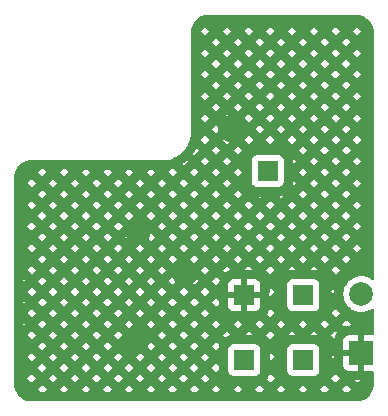
<source format=gbr>
%TF.GenerationSoftware,KiCad,Pcbnew,(6.0.7-1)-1*%
%TF.CreationDate,2022-09-30T15:44:05+02:00*%
%TF.ProjectId,tr707minus10v_kicad,74723730-376d-4696-9e75-733130765f6b,rev?*%
%TF.SameCoordinates,Original*%
%TF.FileFunction,Copper,L2,Bot*%
%TF.FilePolarity,Positive*%
%FSLAX46Y46*%
G04 Gerber Fmt 4.6, Leading zero omitted, Abs format (unit mm)*
G04 Created by KiCad (PCBNEW (6.0.7-1)-1) date 2022-09-30 15:44:05*
%MOMM*%
%LPD*%
G01*
G04 APERTURE LIST*
%TA.AperFunction,ComponentPad*%
%ADD10R,2.000000X2.000000*%
%TD*%
%TA.AperFunction,ComponentPad*%
%ADD11C,2.000000*%
%TD*%
%TA.AperFunction,ComponentPad*%
%ADD12R,1.700000X1.700000*%
%TD*%
%TA.AperFunction,ViaPad*%
%ADD13C,0.800000*%
%TD*%
G04 APERTURE END LIST*
D10*
%TO.P,C5,1*%
%TO.N,GND*%
X32500000Y6500000D03*
D11*
%TO.P,C5,2*%
%TO.N,-10V*%
X32500000Y11500000D03*
%TD*%
D12*
%TO.P,J1,1,Pin_1*%
%TO.N,-10V*%
X22595000Y5905000D03*
%TD*%
%TO.P,J3,1,Pin_1*%
%TO.N,unconnected-(J3-Pad1)*%
X27595000Y5905000D03*
%TD*%
%TO.P,J4,1,Pin_1*%
%TO.N,unconnected-(J4-Pad1)*%
X27595000Y11405000D03*
%TD*%
%TO.P,J5,1,Pin_1*%
%TO.N,+12V*%
X24595000Y21905000D03*
%TD*%
%TO.P,J2,1,Pin_1*%
%TO.N,GND*%
X22595000Y11405000D03*
%TD*%
D13*
%TO.N,GND*%
X17595000Y13305000D03*
X13427931Y7537931D03*
X13595000Y16905000D03*
X21500000Y25500000D03*
%TD*%
%TA.AperFunction,Conductor*%
%TO.N,GND*%
G36*
X26413016Y35146094D02*
G01*
X32036293Y35142129D01*
X32055585Y35140629D01*
X32065028Y35139159D01*
X32070646Y35138284D01*
X32070647Y35138284D01*
X32079516Y35136903D01*
X32094772Y35138898D01*
X32120094Y35139641D01*
X32253760Y35130082D01*
X32289063Y35127557D01*
X32306858Y35124999D01*
X32497193Y35083595D01*
X32514442Y35078530D01*
X32696941Y35010462D01*
X32713294Y35002994D01*
X32789870Y34961181D01*
X32884258Y34909642D01*
X32899372Y34899928D01*
X33036047Y34797614D01*
X33055308Y34783196D01*
X33068894Y34771423D01*
X33206620Y34633697D01*
X33218393Y34620111D01*
X33335123Y34464179D01*
X33344843Y34449055D01*
X33438191Y34278099D01*
X33445658Y34261747D01*
X33513729Y34079244D01*
X33518795Y34061993D01*
X33560198Y33871660D01*
X33562756Y33853866D01*
X33574331Y33692018D01*
X33573579Y33673915D01*
X33573479Y33665742D01*
X33572098Y33656872D01*
X33573262Y33647970D01*
X33573262Y33647967D01*
X33576225Y33625311D01*
X33577289Y33608974D01*
X33577295Y14350547D01*
X33577295Y12834033D01*
X33557293Y12765912D01*
X33503637Y12719419D01*
X33433363Y12709315D01*
X33385460Y12726601D01*
X33191193Y12845649D01*
X33191182Y12845655D01*
X33186963Y12848240D01*
X33182393Y12850133D01*
X33182389Y12850135D01*
X32972167Y12937211D01*
X32972165Y12937212D01*
X32967594Y12939105D01*
X32887391Y12958360D01*
X32741524Y12993380D01*
X32741518Y12993381D01*
X32736711Y12994535D01*
X32500000Y13013165D01*
X32263289Y12994535D01*
X32258482Y12993381D01*
X32258476Y12993380D01*
X32112609Y12958360D01*
X32032406Y12939105D01*
X32027835Y12937212D01*
X32027833Y12937211D01*
X31817611Y12850135D01*
X31817607Y12850133D01*
X31813037Y12848240D01*
X31808817Y12845654D01*
X31614798Y12726759D01*
X31614792Y12726755D01*
X31610584Y12724176D01*
X31430031Y12569969D01*
X31426823Y12566213D01*
X31409032Y12545382D01*
X31275824Y12389416D01*
X31273245Y12385208D01*
X31273241Y12385202D01*
X31203906Y12272057D01*
X31151760Y12186963D01*
X31060895Y11967594D01*
X31059740Y11962782D01*
X31020497Y11799323D01*
X31005465Y11736711D01*
X30986835Y11500000D01*
X31005465Y11263289D01*
X31006619Y11258482D01*
X31006620Y11258476D01*
X31033831Y11145135D01*
X31060895Y11032406D01*
X31151760Y10813037D01*
X31154346Y10808817D01*
X31273241Y10614798D01*
X31273245Y10614792D01*
X31275824Y10610584D01*
X31430031Y10430031D01*
X31610584Y10275824D01*
X31614792Y10273245D01*
X31614798Y10273241D01*
X31755996Y10186715D01*
X31813037Y10151760D01*
X31817607Y10149867D01*
X31817611Y10149865D01*
X32024919Y10063996D01*
X32032406Y10060895D01*
X32083319Y10048672D01*
X32258476Y10006620D01*
X32258482Y10006619D01*
X32263289Y10005465D01*
X32500000Y9986835D01*
X32736711Y10005465D01*
X32741518Y10006619D01*
X32741524Y10006620D01*
X32916681Y10048672D01*
X32967594Y10060895D01*
X32975081Y10063996D01*
X33182389Y10149865D01*
X33182393Y10149867D01*
X33186963Y10151760D01*
X33191183Y10154346D01*
X33191193Y10154351D01*
X33385460Y10273399D01*
X33453993Y10291938D01*
X33521670Y10270482D01*
X33567003Y10215843D01*
X33577295Y10165967D01*
X33577296Y8829190D01*
X33577296Y8134000D01*
X33557294Y8065879D01*
X33503638Y8019386D01*
X33451296Y8008000D01*
X32772115Y8008000D01*
X32756876Y8003525D01*
X32755671Y8002135D01*
X32754000Y7994452D01*
X32754000Y5010116D01*
X32758475Y4994877D01*
X32759865Y4993672D01*
X32767548Y4992001D01*
X33451297Y4992001D01*
X33519418Y4971999D01*
X33565911Y4918343D01*
X33577297Y4866001D01*
X33577297Y3953241D01*
X33575796Y3933853D01*
X33573488Y3919029D01*
X33572106Y3910152D01*
X33574101Y3894894D01*
X33574844Y3869576D01*
X33566183Y3748500D01*
X33562756Y3700594D01*
X33560197Y3682803D01*
X33542621Y3602007D01*
X33518792Y3492473D01*
X33513727Y3475224D01*
X33445652Y3292711D01*
X33438185Y3276359D01*
X33344835Y3105399D01*
X33335116Y3090276D01*
X33218387Y2934341D01*
X33206615Y2920755D01*
X33068879Y2783014D01*
X33055294Y2771243D01*
X33008184Y2735975D01*
X32899366Y2654511D01*
X32884243Y2644791D01*
X32713281Y2551433D01*
X32696933Y2543966D01*
X32514418Y2475885D01*
X32497182Y2470824D01*
X32374185Y2444062D01*
X32306849Y2429411D01*
X32289056Y2426851D01*
X32127456Y2415286D01*
X32108080Y2416091D01*
X32100918Y2416178D01*
X32092048Y2417559D01*
X32083150Y2416395D01*
X32083149Y2416395D01*
X32079585Y2415929D01*
X32060503Y2413433D01*
X32044165Y2412369D01*
X19515605Y2412850D01*
X4645193Y2413420D01*
X4625816Y2414920D01*
X4610968Y2417231D01*
X4602092Y2418613D01*
X4586836Y2416618D01*
X4561513Y2415875D01*
X4469871Y2422428D01*
X4392546Y2427958D01*
X4374750Y2430516D01*
X4184415Y2471920D01*
X4167166Y2476985D01*
X3984668Y2545052D01*
X3968315Y2552520D01*
X3797361Y2645867D01*
X3782238Y2655586D01*
X3626302Y2772317D01*
X3612714Y2784091D01*
X3474986Y2921820D01*
X3463214Y2935406D01*
X3404551Y3013770D01*
X3346485Y3091338D01*
X3336768Y3106458D01*
X3243420Y3277417D01*
X3235952Y3293768D01*
X3231595Y3305450D01*
X3183411Y3434638D01*
X5157027Y3434638D01*
X5380273Y3211392D01*
X5643708Y3211382D01*
X5866963Y3434637D01*
X6995504Y3434637D01*
X7218820Y3211321D01*
X7482115Y3211311D01*
X7705441Y3434637D01*
X8833982Y3434637D01*
X9057368Y3211251D01*
X9320521Y3211241D01*
X9543917Y3434637D01*
X10672459Y3434637D01*
X10895916Y3211180D01*
X11158929Y3211170D01*
X11382396Y3434637D01*
X12510937Y3434637D01*
X12734464Y3211110D01*
X12997335Y3211100D01*
X13220872Y3434637D01*
X14349415Y3434637D01*
X14573013Y3211039D01*
X14835742Y3211029D01*
X15059351Y3434638D01*
X16187893Y3434638D01*
X16411562Y3210969D01*
X16674151Y3210959D01*
X16897829Y3434637D01*
X18026370Y3434637D01*
X18250109Y3210898D01*
X18512556Y3210888D01*
X18736306Y3434638D01*
X19864848Y3434638D01*
X20088658Y3210828D01*
X20350964Y3210817D01*
X20574784Y3434637D01*
X20574783Y3434638D01*
X21703326Y3434638D01*
X21927207Y3210757D01*
X22189372Y3210747D01*
X22413262Y3434637D01*
X23541803Y3434637D01*
X23765754Y3210686D01*
X24027779Y3210676D01*
X24251740Y3434637D01*
X24251739Y3434638D01*
X25380281Y3434638D01*
X25604303Y3210616D01*
X25866186Y3210606D01*
X26090217Y3434637D01*
X27218758Y3434637D01*
X27442850Y3210545D01*
X27704593Y3210535D01*
X27928695Y3434637D01*
X29057236Y3434637D01*
X29281398Y3210475D01*
X29542999Y3210465D01*
X29767171Y3434637D01*
X30895713Y3434637D01*
X31119946Y3210404D01*
X31381407Y3210394D01*
X31605650Y3434637D01*
X31250681Y3789605D01*
X30895713Y3434637D01*
X29767171Y3434637D01*
X29767172Y3434638D01*
X29412205Y3789605D01*
X29057236Y3434637D01*
X27928695Y3434637D01*
X27614832Y3748500D01*
X27532621Y3748500D01*
X27218758Y3434637D01*
X26090217Y3434637D01*
X25735248Y3789605D01*
X25380281Y3434638D01*
X24251739Y3434638D01*
X23896772Y3789605D01*
X23541803Y3434637D01*
X22413262Y3434637D01*
X22099399Y3748500D01*
X22017188Y3748500D01*
X21703326Y3434638D01*
X20574783Y3434638D01*
X20219815Y3789605D01*
X19864848Y3434638D01*
X18736306Y3434638D01*
X18381339Y3789605D01*
X18026370Y3434637D01*
X16897829Y3434637D01*
X16542860Y3789605D01*
X16187893Y3434638D01*
X15059351Y3434638D01*
X14704384Y3789605D01*
X14349415Y3434637D01*
X13220872Y3434637D01*
X13220873Y3434638D01*
X12865906Y3789605D01*
X12510937Y3434637D01*
X11382396Y3434637D01*
X11027427Y3789605D01*
X10672459Y3434637D01*
X9543917Y3434637D01*
X9543918Y3434638D01*
X9188951Y3789605D01*
X8833982Y3434637D01*
X7705441Y3434637D01*
X7350473Y3789605D01*
X6995504Y3434637D01*
X5866963Y3434637D01*
X5511994Y3789605D01*
X5157027Y3434638D01*
X3183411Y3434638D01*
X3167880Y3476277D01*
X3162818Y3493518D01*
X3121416Y3683850D01*
X3118858Y3701644D01*
X3112568Y3789605D01*
X3107282Y3863523D01*
X3108030Y3881501D01*
X3108131Y3889771D01*
X3109512Y3898640D01*
X3105429Y3929871D01*
X3104366Y3946340D01*
X3104803Y4353876D01*
X4237788Y4353876D01*
X4592757Y3998908D01*
X4947724Y4353875D01*
X6076266Y4353875D01*
X6431233Y3998908D01*
X6786202Y4353876D01*
X7914743Y4353876D01*
X8269712Y3998908D01*
X8624679Y4353875D01*
X9753221Y4353875D01*
X10108188Y3998908D01*
X10463156Y4353875D01*
X11591699Y4353875D01*
X11946666Y3998908D01*
X12301635Y4353876D01*
X13430176Y4353876D01*
X13785145Y3998908D01*
X14140112Y4353875D01*
X15268654Y4353875D01*
X15623621Y3998908D01*
X15978590Y4353876D01*
X17107131Y4353876D01*
X17462100Y3998908D01*
X17817067Y4353875D01*
X17817066Y4353876D01*
X18945609Y4353876D01*
X19300578Y3998908D01*
X19603389Y4301719D01*
X24513198Y4301719D01*
X24816009Y3998908D01*
X25170977Y4353875D01*
X29976475Y4353875D01*
X30331442Y3998908D01*
X30526535Y4194000D01*
X31974828Y4194000D01*
X32169920Y3998908D01*
X32383485Y4212472D01*
X32263932Y4195283D01*
X32246000Y4194000D01*
X31974828Y4194000D01*
X30526535Y4194000D01*
X30686411Y4353876D01*
X30331443Y4708844D01*
X29976475Y4353875D01*
X25170977Y4353875D01*
X25170978Y4353876D01*
X24816010Y4708844D01*
X24647327Y4540161D01*
X24642833Y4528173D01*
X24639393Y4519902D01*
X24607056Y4449354D01*
X24603035Y4441346D01*
X24585879Y4410011D01*
X24581299Y4402311D01*
X24539294Y4337071D01*
X24534180Y4329716D01*
X24513198Y4301719D01*
X19603389Y4301719D01*
X19655545Y4353875D01*
X19300577Y4708844D01*
X18945609Y4353876D01*
X17817066Y4353876D01*
X17462099Y4708844D01*
X17107131Y4353876D01*
X15978590Y4353876D01*
X15623622Y4708844D01*
X15268654Y4353875D01*
X14140112Y4353875D01*
X13785144Y4708844D01*
X13430176Y4353876D01*
X12301635Y4353876D01*
X11946667Y4708844D01*
X11591699Y4353875D01*
X10463156Y4353875D01*
X10463157Y4353876D01*
X10108189Y4708844D01*
X9753221Y4353875D01*
X8624679Y4353875D01*
X8269711Y4708844D01*
X7914743Y4353876D01*
X6786202Y4353876D01*
X6431234Y4708844D01*
X6076266Y4353875D01*
X4947724Y4353875D01*
X4592756Y4708844D01*
X4237788Y4353876D01*
X3104803Y4353876D01*
X3105656Y5148286D01*
X3903657Y5148286D01*
X4028485Y5273114D01*
X5157027Y5273114D01*
X5511994Y4918147D01*
X5866963Y5273115D01*
X6995504Y5273115D01*
X7350473Y4918147D01*
X7705440Y5273114D01*
X7705439Y5273115D01*
X8833982Y5273115D01*
X9188951Y4918147D01*
X9543918Y5273114D01*
X10672460Y5273114D01*
X11027427Y4918147D01*
X11382396Y5273115D01*
X12510937Y5273115D01*
X12865906Y4918147D01*
X13220873Y5273114D01*
X13220872Y5273115D01*
X14349415Y5273115D01*
X14704384Y4918147D01*
X15059351Y5273114D01*
X16187893Y5273114D01*
X16542860Y4918147D01*
X16897829Y5273115D01*
X18026370Y5273115D01*
X18381339Y4918147D01*
X18736306Y5273114D01*
X19864848Y5273114D01*
X20219815Y4918147D01*
X20308534Y5006866D01*
X21236500Y5006866D01*
X21243255Y4944684D01*
X21294385Y4808295D01*
X21381739Y4691739D01*
X21498295Y4604385D01*
X21634684Y4553255D01*
X21696866Y4546500D01*
X23493134Y4546500D01*
X23555316Y4553255D01*
X23691705Y4604385D01*
X23808261Y4691739D01*
X23895615Y4808295D01*
X23946745Y4944684D01*
X23953500Y5006866D01*
X26236500Y5006866D01*
X26243255Y4944684D01*
X26294385Y4808295D01*
X26381739Y4691739D01*
X26498295Y4604385D01*
X26634684Y4553255D01*
X26696866Y4546500D01*
X28493134Y4546500D01*
X28555316Y4553255D01*
X28691705Y4604385D01*
X28808261Y4691739D01*
X28895615Y4808295D01*
X28946745Y4944684D01*
X28953500Y5006866D01*
X28953500Y5455331D01*
X30992001Y5455331D01*
X30992371Y5448510D01*
X30997895Y5397648D01*
X31001521Y5382396D01*
X31046676Y5261946D01*
X31055214Y5246351D01*
X31131715Y5144276D01*
X31144276Y5131715D01*
X31246351Y5055214D01*
X31261946Y5046676D01*
X31382394Y5001522D01*
X31397649Y4997895D01*
X31448514Y4992369D01*
X31455328Y4992000D01*
X32227885Y4992000D01*
X32243124Y4996475D01*
X32244329Y4997865D01*
X32246000Y5005548D01*
X32246000Y6227885D01*
X32241525Y6243124D01*
X32240135Y6244329D01*
X32232452Y6246000D01*
X31010116Y6246000D01*
X30994877Y6241525D01*
X30993672Y6240135D01*
X30992001Y6232452D01*
X30992001Y5455331D01*
X28953500Y5455331D01*
X28953500Y6192353D01*
X29976475Y6192353D01*
X30194001Y5974827D01*
X30194001Y6246000D01*
X30194723Y6259468D01*
X30207200Y6375526D01*
X30209357Y6388841D01*
X30219475Y6435353D01*
X29976475Y6192353D01*
X28953500Y6192353D01*
X28953500Y6772115D01*
X30992000Y6772115D01*
X30996475Y6756876D01*
X30997865Y6755671D01*
X31005548Y6754000D01*
X32227885Y6754000D01*
X32243124Y6758475D01*
X32244329Y6759865D01*
X32246000Y6767548D01*
X32246000Y7989884D01*
X32241525Y8005123D01*
X32240135Y8006328D01*
X32232452Y8007999D01*
X31455331Y8007999D01*
X31448510Y8007629D01*
X31397648Y8002105D01*
X31382396Y7998479D01*
X31261946Y7953324D01*
X31246351Y7944786D01*
X31144276Y7868285D01*
X31131715Y7855724D01*
X31055214Y7753649D01*
X31046676Y7738054D01*
X31001522Y7617606D01*
X30997895Y7602351D01*
X30992370Y7551497D01*
X30992000Y7544672D01*
X30992000Y6772115D01*
X28953500Y6772115D01*
X28953500Y6803134D01*
X28946745Y6865316D01*
X28895615Y7001705D01*
X28808261Y7118261D01*
X28691705Y7205615D01*
X28684255Y7208408D01*
X29670357Y7208408D01*
X29693964Y7145437D01*
X29696500Y7137967D01*
X29716436Y7072607D01*
X29718501Y7064993D01*
X29718899Y7063319D01*
X29767172Y7111593D01*
X29670357Y7208408D01*
X28684255Y7208408D01*
X28555316Y7256745D01*
X28493134Y7263500D01*
X26696866Y7263500D01*
X26634684Y7256745D01*
X26498295Y7205615D01*
X26381739Y7118261D01*
X26294385Y7001705D01*
X26243255Y6865316D01*
X26236500Y6803134D01*
X26236500Y5006866D01*
X23953500Y5006866D01*
X23953500Y5901895D01*
X24751500Y5901895D01*
X24816009Y5837386D01*
X25170978Y6192354D01*
X24816010Y6547322D01*
X24751500Y6482812D01*
X24751500Y5901895D01*
X23953500Y5901895D01*
X23953500Y6803134D01*
X23946745Y6865316D01*
X23895615Y7001705D01*
X23813258Y7111593D01*
X25380281Y7111593D01*
X25463076Y7028797D01*
X25464218Y7034371D01*
X25471499Y7064993D01*
X25473564Y7072607D01*
X25493500Y7137967D01*
X25496036Y7145437D01*
X25545158Y7276470D01*
X25380281Y7111593D01*
X23813258Y7111593D01*
X23808261Y7118261D01*
X23691705Y7205615D01*
X23555316Y7256745D01*
X23493134Y7263500D01*
X21696866Y7263500D01*
X21634684Y7256745D01*
X21498295Y7205615D01*
X21381739Y7118261D01*
X21294385Y7001705D01*
X21243255Y6865316D01*
X21236500Y6803134D01*
X21236500Y5006866D01*
X20308534Y5006866D01*
X20438500Y5136832D01*
X20438500Y5409399D01*
X20219816Y5628083D01*
X19864848Y5273114D01*
X18736306Y5273114D01*
X18381338Y5628083D01*
X18026370Y5273115D01*
X16897829Y5273115D01*
X16542861Y5628083D01*
X16187893Y5273114D01*
X15059351Y5273114D01*
X14704383Y5628083D01*
X14349415Y5273115D01*
X13220872Y5273115D01*
X12865905Y5628083D01*
X12510937Y5273115D01*
X11382396Y5273115D01*
X11027428Y5628083D01*
X10672460Y5273114D01*
X9543918Y5273114D01*
X9188950Y5628083D01*
X8833982Y5273115D01*
X7705439Y5273115D01*
X7350472Y5628083D01*
X6995504Y5273115D01*
X5866963Y5273115D01*
X5511995Y5628083D01*
X5157027Y5273114D01*
X4028485Y5273114D01*
X3903924Y5397675D01*
X3903657Y5148286D01*
X3105656Y5148286D01*
X3106776Y6192354D01*
X4237788Y6192354D01*
X4592757Y5837386D01*
X4947724Y6192353D01*
X6076266Y6192353D01*
X6431233Y5837386D01*
X6786202Y6192354D01*
X7914743Y6192354D01*
X8269712Y5837386D01*
X8624679Y6192353D01*
X9753221Y6192353D01*
X10108188Y5837386D01*
X10463156Y6192353D01*
X11591699Y6192353D01*
X11946666Y5837386D01*
X12301635Y6192354D01*
X13430176Y6192354D01*
X13785145Y5837386D01*
X14140112Y6192353D01*
X15268654Y6192353D01*
X15623621Y5837386D01*
X15978590Y6192354D01*
X17107131Y6192354D01*
X17462100Y5837386D01*
X17817067Y6192353D01*
X17817066Y6192354D01*
X18945609Y6192354D01*
X19300578Y5837386D01*
X19655545Y6192353D01*
X19300577Y6547322D01*
X18945609Y6192354D01*
X17817066Y6192354D01*
X17462099Y6547322D01*
X17107131Y6192354D01*
X15978590Y6192354D01*
X15623622Y6547322D01*
X15268654Y6192353D01*
X14140112Y6192353D01*
X13845031Y6487434D01*
X13825189Y6479738D01*
X13675869Y6438047D01*
X13430176Y6192354D01*
X12301635Y6192354D01*
X11946667Y6547322D01*
X11591699Y6192353D01*
X10463156Y6192353D01*
X10463157Y6192354D01*
X10108189Y6547322D01*
X9753221Y6192353D01*
X8624679Y6192353D01*
X8269711Y6547322D01*
X7914743Y6192354D01*
X6786202Y6192354D01*
X6431234Y6547322D01*
X6076266Y6192353D01*
X4947724Y6192353D01*
X4592756Y6547322D01*
X4237788Y6192354D01*
X3106776Y6192354D01*
X3107631Y6988738D01*
X3905631Y6988738D01*
X4028485Y7111593D01*
X5157027Y7111593D01*
X5511995Y6756624D01*
X5866963Y7111592D01*
X6995504Y7111592D01*
X7350472Y6756624D01*
X7705439Y7111592D01*
X8833982Y7111592D01*
X9188950Y6756624D01*
X9543918Y7111593D01*
X10672460Y7111593D01*
X11027428Y6756624D01*
X11298614Y7027810D01*
X14433197Y7027810D01*
X14704383Y6756624D01*
X15059351Y7111593D01*
X16187893Y7111593D01*
X16542861Y6756624D01*
X16897829Y7111592D01*
X18026370Y7111592D01*
X18381338Y6756624D01*
X18736306Y7111593D01*
X19864848Y7111593D01*
X20219816Y6756624D01*
X20456964Y6993772D01*
X20462635Y7026645D01*
X20464218Y7034371D01*
X20471499Y7064993D01*
X20473564Y7072607D01*
X20493500Y7137967D01*
X20496036Y7145436D01*
X20508279Y7178096D01*
X20219815Y7466560D01*
X19864848Y7111593D01*
X18736306Y7111593D01*
X18381339Y7466560D01*
X18026370Y7111592D01*
X16897829Y7111592D01*
X16542860Y7466560D01*
X16187893Y7111593D01*
X15059351Y7111593D01*
X14704384Y7466560D01*
X14531471Y7293647D01*
X14527357Y7275538D01*
X14465455Y7089454D01*
X14455453Y7066989D01*
X14433197Y7027810D01*
X11298614Y7027810D01*
X11382396Y7111592D01*
X11027427Y7466560D01*
X10672460Y7111593D01*
X9543918Y7111593D01*
X9188951Y7466560D01*
X8833982Y7111592D01*
X7705439Y7111592D01*
X7705440Y7111593D01*
X7350473Y7466560D01*
X6995504Y7111592D01*
X5866963Y7111592D01*
X5511994Y7466560D01*
X5157027Y7111593D01*
X4028485Y7111593D01*
X3905894Y7234184D01*
X3905631Y6988738D01*
X3107631Y6988738D01*
X3108749Y8030831D01*
X4237788Y8030831D01*
X4592756Y7675863D01*
X4947724Y8030832D01*
X6076266Y8030832D01*
X6431234Y7675863D01*
X6786202Y8030831D01*
X7914743Y8030831D01*
X8269711Y7675863D01*
X8624679Y8030832D01*
X9753221Y8030832D01*
X10108189Y7675863D01*
X10463157Y8030831D01*
X10463156Y8030832D01*
X11591699Y8030832D01*
X11946667Y7675863D01*
X12301635Y8030831D01*
X12301634Y8030832D01*
X15268654Y8030832D01*
X15623622Y7675863D01*
X15978590Y8030831D01*
X17107131Y8030831D01*
X17462099Y7675863D01*
X17817066Y8030831D01*
X18945609Y8030831D01*
X19300577Y7675863D01*
X19655545Y8030832D01*
X20784087Y8030832D01*
X20991720Y7823198D01*
X21019716Y7844180D01*
X21027071Y7849294D01*
X21092311Y7891299D01*
X21100011Y7895879D01*
X21131346Y7913035D01*
X21139354Y7917056D01*
X21209902Y7949393D01*
X21218174Y7952834D01*
X21354563Y8003964D01*
X21362033Y8006500D01*
X21427393Y8026436D01*
X21435007Y8028501D01*
X21444811Y8030832D01*
X24461042Y8030832D01*
X24816010Y7675863D01*
X25170978Y8030831D01*
X25170977Y8030832D01*
X26299520Y8030832D01*
X26334070Y7996281D01*
X26354564Y8003964D01*
X26362033Y8006500D01*
X26427393Y8026436D01*
X26435007Y8028501D01*
X26465629Y8035782D01*
X26473355Y8037365D01*
X26540689Y8048981D01*
X26548501Y8050078D01*
X26610683Y8056833D01*
X26614078Y8057155D01*
X26643517Y8059549D01*
X26646916Y8059780D01*
X26660524Y8060517D01*
X26663930Y8060655D01*
X26693458Y8061454D01*
X26696866Y8061500D01*
X26978786Y8061500D01*
X28168667Y8061500D01*
X28493134Y8061500D01*
X28496542Y8061454D01*
X28526070Y8060655D01*
X28529476Y8060517D01*
X28543084Y8059780D01*
X28546483Y8059549D01*
X28575922Y8057155D01*
X28579317Y8056833D01*
X28641499Y8050078D01*
X28649311Y8048981D01*
X28716645Y8037365D01*
X28724371Y8035782D01*
X28754993Y8028501D01*
X28762607Y8026436D01*
X28824622Y8007520D01*
X28847933Y8030832D01*
X29976475Y8030832D01*
X30221312Y7785995D01*
X30226992Y7809884D01*
X30229056Y7817498D01*
X30248992Y7882859D01*
X30251529Y7890329D01*
X30302609Y8026584D01*
X30306051Y8034856D01*
X30338388Y8105403D01*
X30342408Y8113411D01*
X30359564Y8144746D01*
X30364144Y8152446D01*
X30406148Y8217684D01*
X30411262Y8225039D01*
X30445937Y8271306D01*
X30331443Y8385800D01*
X29976475Y8030832D01*
X28847933Y8030832D01*
X28492966Y8385799D01*
X28168667Y8061500D01*
X26978786Y8061500D01*
X26654487Y8385799D01*
X26299520Y8030832D01*
X25170977Y8030832D01*
X24816009Y8385799D01*
X24461042Y8030832D01*
X21444811Y8030832D01*
X21465629Y8035782D01*
X21473355Y8037365D01*
X21485409Y8039444D01*
X21463353Y8061500D01*
X22653234Y8061500D01*
X23301832Y8061500D01*
X22977533Y8385799D01*
X22653234Y8061500D01*
X21463353Y8061500D01*
X21139054Y8385799D01*
X20784087Y8030832D01*
X19655545Y8030832D01*
X19300578Y8385799D01*
X18945609Y8030831D01*
X17817066Y8030831D01*
X17817067Y8030832D01*
X17462100Y8385799D01*
X17107131Y8030831D01*
X15978590Y8030831D01*
X15623621Y8385799D01*
X15268654Y8030832D01*
X12301634Y8030832D01*
X11946666Y8385799D01*
X11591699Y8030832D01*
X10463156Y8030832D01*
X10108188Y8385799D01*
X9753221Y8030832D01*
X8624679Y8030832D01*
X8269712Y8385799D01*
X7914743Y8030831D01*
X6786202Y8030831D01*
X6431233Y8385799D01*
X6076266Y8030832D01*
X4947724Y8030832D01*
X4592757Y8385799D01*
X4237788Y8030831D01*
X3108749Y8030831D01*
X3109606Y8829190D01*
X3907606Y8829190D01*
X4028486Y8950070D01*
X5157026Y8950070D01*
X5511994Y8595102D01*
X5866962Y8950070D01*
X6995505Y8950070D01*
X7350473Y8595102D01*
X7705441Y8950070D01*
X8833983Y8950070D01*
X9188951Y8595102D01*
X9543919Y8950070D01*
X10672459Y8950070D01*
X11027427Y8595102D01*
X11382395Y8950070D01*
X12510938Y8950070D01*
X12865906Y8595102D01*
X13220874Y8950070D01*
X14349416Y8950070D01*
X14704384Y8595102D01*
X15059352Y8950070D01*
X16187892Y8950070D01*
X16542860Y8595102D01*
X16897828Y8950070D01*
X18026371Y8950070D01*
X18381339Y8595102D01*
X18736307Y8950070D01*
X19864847Y8950070D01*
X20219815Y8595102D01*
X20574783Y8950070D01*
X21703325Y8950070D01*
X22058293Y8595102D01*
X22413261Y8950070D01*
X23541804Y8950070D01*
X23896772Y8595102D01*
X24251740Y8950070D01*
X25380280Y8950070D01*
X25735248Y8595102D01*
X26090216Y8950070D01*
X27218759Y8950070D01*
X27573727Y8595102D01*
X27928695Y8950070D01*
X29057237Y8950070D01*
X29412205Y8595102D01*
X29767173Y8950070D01*
X30895713Y8950070D01*
X31100682Y8745101D01*
X31109671Y8748471D01*
X31117142Y8751008D01*
X31182514Y8770947D01*
X31190129Y8773011D01*
X31220754Y8780292D01*
X31228481Y8781875D01*
X31295814Y8793489D01*
X31303626Y8794586D01*
X31365745Y8801333D01*
X31369136Y8801655D01*
X31398559Y8804048D01*
X31401957Y8804279D01*
X31415562Y8805016D01*
X31418970Y8805154D01*
X31448504Y8805953D01*
X31451912Y8805999D01*
X31461579Y8805999D01*
X31605649Y8950070D01*
X31250681Y9305038D01*
X30895713Y8950070D01*
X29767173Y8950070D01*
X29412205Y9305038D01*
X29057237Y8950070D01*
X27928695Y8950070D01*
X27630265Y9248500D01*
X27517188Y9248500D01*
X27218759Y8950070D01*
X26090216Y8950070D01*
X25735248Y9305038D01*
X25380280Y8950070D01*
X24251740Y8950070D01*
X23896772Y9305038D01*
X23541804Y8950070D01*
X22413261Y8950070D01*
X22114332Y9249000D01*
X22002255Y9249000D01*
X21703325Y8950070D01*
X20574783Y8950070D01*
X20219815Y9305038D01*
X19864847Y8950070D01*
X18736307Y8950070D01*
X18381339Y9305038D01*
X18026371Y8950070D01*
X16897828Y8950070D01*
X16542860Y9305038D01*
X16187892Y8950070D01*
X15059352Y8950070D01*
X14704384Y9305038D01*
X14349416Y8950070D01*
X13220874Y8950070D01*
X12865906Y9305038D01*
X12510938Y8950070D01*
X11382395Y8950070D01*
X11027427Y9305038D01*
X10672459Y8950070D01*
X9543919Y8950070D01*
X9188951Y9305038D01*
X8833983Y8950070D01*
X7705441Y8950070D01*
X7350473Y9305038D01*
X6995505Y8950070D01*
X5866962Y8950070D01*
X5511994Y9305038D01*
X5157026Y8950070D01*
X4028486Y8950070D01*
X3907865Y9070691D01*
X3907606Y8829190D01*
X3109606Y8829190D01*
X3110722Y9869309D01*
X4237788Y9869309D01*
X4592757Y9514341D01*
X4947724Y9869308D01*
X6076266Y9869308D01*
X6431233Y9514341D01*
X6786202Y9869309D01*
X7914743Y9869309D01*
X8269712Y9514341D01*
X8624679Y9869308D01*
X9753221Y9869308D01*
X10108188Y9514341D01*
X10463156Y9869308D01*
X11591699Y9869308D01*
X11946666Y9514341D01*
X12301635Y9869309D01*
X13430176Y9869309D01*
X13785145Y9514341D01*
X14140112Y9869308D01*
X15268654Y9869308D01*
X15623621Y9514341D01*
X15978590Y9869309D01*
X17107131Y9869309D01*
X17462100Y9514341D01*
X17817067Y9869308D01*
X17817066Y9869309D01*
X18945609Y9869309D01*
X19300578Y9514341D01*
X19597135Y9810898D01*
X24519452Y9810898D01*
X24816009Y9514341D01*
X25170977Y9869308D01*
X29976475Y9869308D01*
X30331442Y9514341D01*
X30686411Y9869309D01*
X30331443Y10224277D01*
X29976475Y9869308D01*
X25170977Y9869308D01*
X25170978Y9869309D01*
X24816010Y10224277D01*
X24655729Y10063996D01*
X24642391Y10028417D01*
X24638949Y10020144D01*
X24606612Y9949597D01*
X24602592Y9941589D01*
X24585436Y9910254D01*
X24580856Y9902554D01*
X24538852Y9837316D01*
X24533739Y9829961D01*
X24519452Y9810898D01*
X19597135Y9810898D01*
X19655545Y9869308D01*
X19300577Y10224277D01*
X18945609Y9869309D01*
X17817066Y9869309D01*
X17462099Y10224277D01*
X17107131Y9869309D01*
X15978590Y9869309D01*
X15623622Y10224277D01*
X15268654Y9869308D01*
X14140112Y9869308D01*
X13785144Y10224277D01*
X13430176Y9869309D01*
X12301635Y9869309D01*
X11946667Y10224277D01*
X11591699Y9869308D01*
X10463156Y9869308D01*
X10463157Y9869309D01*
X10108189Y10224277D01*
X9753221Y9869308D01*
X8624679Y9869308D01*
X8269711Y10224277D01*
X7914743Y9869309D01*
X6786202Y9869309D01*
X6431234Y10224277D01*
X6076266Y9869308D01*
X4947724Y9869308D01*
X4592756Y10224277D01*
X4237788Y9869309D01*
X3110722Y9869309D01*
X3111581Y10669643D01*
X3909581Y10669643D01*
X4028485Y10788547D01*
X5157027Y10788547D01*
X5511994Y10433580D01*
X5866963Y10788548D01*
X6995504Y10788548D01*
X7350473Y10433580D01*
X7705440Y10788547D01*
X7705439Y10788548D01*
X8833982Y10788548D01*
X9188951Y10433580D01*
X9543918Y10788547D01*
X10672460Y10788547D01*
X11027427Y10433580D01*
X11382396Y10788548D01*
X12510937Y10788548D01*
X12865906Y10433580D01*
X13220873Y10788547D01*
X13220872Y10788548D01*
X14349415Y10788548D01*
X14704384Y10433580D01*
X15059351Y10788547D01*
X16187893Y10788547D01*
X16542860Y10433580D01*
X16897829Y10788548D01*
X18026370Y10788548D01*
X18381339Y10433580D01*
X18736306Y10788547D01*
X19864848Y10788547D01*
X20219815Y10433580D01*
X20296566Y10510331D01*
X21237001Y10510331D01*
X21237371Y10503510D01*
X21242895Y10452648D01*
X21246521Y10437396D01*
X21291676Y10316946D01*
X21300214Y10301351D01*
X21376715Y10199276D01*
X21389276Y10186715D01*
X21491351Y10110214D01*
X21506946Y10101676D01*
X21627394Y10056522D01*
X21642649Y10052895D01*
X21693514Y10047369D01*
X21700328Y10047000D01*
X22322885Y10047000D01*
X22338124Y10051475D01*
X22339329Y10052865D01*
X22341000Y10060548D01*
X22341000Y10065116D01*
X22849000Y10065116D01*
X22853475Y10049877D01*
X22854865Y10048672D01*
X22862548Y10047001D01*
X23489669Y10047001D01*
X23496490Y10047371D01*
X23547352Y10052895D01*
X23562604Y10056521D01*
X23683054Y10101676D01*
X23698649Y10110214D01*
X23800724Y10186715D01*
X23813285Y10199276D01*
X23889786Y10301351D01*
X23898324Y10316946D01*
X23943478Y10437394D01*
X23947105Y10452649D01*
X23952631Y10503514D01*
X23952813Y10506866D01*
X26236500Y10506866D01*
X26243255Y10444684D01*
X26294385Y10308295D01*
X26381739Y10191739D01*
X26498295Y10104385D01*
X26634684Y10053255D01*
X26696866Y10046500D01*
X28493134Y10046500D01*
X28555316Y10053255D01*
X28691705Y10104385D01*
X28808261Y10191739D01*
X28895615Y10308295D01*
X28946745Y10444684D01*
X28953500Y10506866D01*
X28953500Y11707787D01*
X29976475Y11707787D01*
X30189223Y11495039D01*
X30189223Y11509886D01*
X30189320Y11514832D01*
X30191003Y11557672D01*
X30191294Y11562612D01*
X30209924Y11799323D01*
X30210409Y11804246D01*
X30215448Y11846821D01*
X30216126Y11851723D01*
X30219219Y11871251D01*
X30220089Y11876123D01*
X30228453Y11918169D01*
X30229513Y11923000D01*
X30241463Y11972775D01*
X29976475Y11707787D01*
X28953500Y11707787D01*
X28953500Y12303134D01*
X28946745Y12365316D01*
X28895615Y12501705D01*
X28808261Y12618261D01*
X28691705Y12705615D01*
X28618400Y12733096D01*
X29661102Y12733096D01*
X29693964Y12645437D01*
X29696500Y12637967D01*
X29715576Y12575428D01*
X29767173Y12627025D01*
X29661102Y12733096D01*
X28618400Y12733096D01*
X28555316Y12756745D01*
X28493134Y12763500D01*
X26696866Y12763500D01*
X26634684Y12756745D01*
X26498295Y12705615D01*
X26381739Y12618261D01*
X26294385Y12501705D01*
X26243255Y12365316D01*
X26236500Y12303134D01*
X26236500Y10506866D01*
X23952813Y10506866D01*
X23953000Y10510328D01*
X23953000Y11132885D01*
X23948525Y11148124D01*
X23947135Y11149329D01*
X23939452Y11151000D01*
X22867115Y11151000D01*
X22851876Y11146525D01*
X22850671Y11145135D01*
X22849000Y11137452D01*
X22849000Y10065116D01*
X22341000Y10065116D01*
X22341000Y11132885D01*
X22336525Y11148124D01*
X22335135Y11149329D01*
X22327452Y11151000D01*
X21255116Y11151000D01*
X21239877Y11146525D01*
X21238672Y11145135D01*
X21237001Y11137452D01*
X21237001Y10510331D01*
X20296566Y10510331D01*
X20439001Y10652766D01*
X20439001Y10924331D01*
X20219816Y11143516D01*
X19864848Y10788547D01*
X18736306Y10788547D01*
X18381338Y11143516D01*
X18026370Y10788548D01*
X16897829Y10788548D01*
X16542861Y11143516D01*
X16187893Y10788547D01*
X15059351Y10788547D01*
X14704383Y11143516D01*
X14349415Y10788548D01*
X13220872Y10788548D01*
X12865905Y11143516D01*
X12510937Y10788548D01*
X11382396Y10788548D01*
X11027428Y11143516D01*
X10672460Y10788547D01*
X9543918Y10788547D01*
X9188950Y11143516D01*
X8833982Y10788548D01*
X7705439Y10788548D01*
X7350472Y11143516D01*
X6995504Y10788548D01*
X5866963Y10788548D01*
X5511995Y11143516D01*
X5157027Y10788547D01*
X4028485Y10788547D01*
X3909835Y10907197D01*
X3909581Y10669643D01*
X3111581Y10669643D01*
X3112694Y11707786D01*
X4237788Y11707786D01*
X4592756Y11352818D01*
X4947724Y11707787D01*
X6076266Y11707787D01*
X6431234Y11352818D01*
X6786202Y11707786D01*
X7914743Y11707786D01*
X8269711Y11352818D01*
X8624679Y11707787D01*
X9753221Y11707787D01*
X10108189Y11352818D01*
X10463157Y11707786D01*
X10463156Y11707787D01*
X11591699Y11707787D01*
X11946667Y11352818D01*
X12301635Y11707786D01*
X13430176Y11707786D01*
X13785144Y11352818D01*
X14140112Y11707787D01*
X15268654Y11707787D01*
X15623622Y11352818D01*
X15978590Y11707786D01*
X17107131Y11707786D01*
X17462099Y11352818D01*
X17817066Y11707786D01*
X18945609Y11707786D01*
X19300577Y11352818D01*
X19396327Y11448568D01*
X24720260Y11448568D01*
X24816010Y11352818D01*
X25170978Y11707786D01*
X24816009Y12062754D01*
X24750999Y11997744D01*
X24750999Y11659000D01*
X24750277Y11645532D01*
X24737800Y11529474D01*
X24735643Y11516159D01*
X24724257Y11463817D01*
X24722646Y11457265D01*
X24720260Y11448568D01*
X19396327Y11448568D01*
X19624873Y11677115D01*
X21237000Y11677115D01*
X21241475Y11661876D01*
X21242865Y11660671D01*
X21250548Y11659000D01*
X22322885Y11659000D01*
X22338124Y11663475D01*
X22339329Y11664865D01*
X22341000Y11672548D01*
X22341000Y11677115D01*
X22849000Y11677115D01*
X22853475Y11661876D01*
X22854865Y11660671D01*
X22862548Y11659000D01*
X23934884Y11659000D01*
X23950123Y11663475D01*
X23951328Y11664865D01*
X23952999Y11672548D01*
X23952999Y12299669D01*
X23952629Y12306490D01*
X23947105Y12357352D01*
X23943479Y12372604D01*
X23898324Y12493054D01*
X23889786Y12508649D01*
X23813285Y12610724D01*
X23800724Y12623285D01*
X23795732Y12627026D01*
X25380281Y12627026D01*
X25465893Y12541414D01*
X25471499Y12564993D01*
X25473564Y12572607D01*
X25493500Y12637967D01*
X25496036Y12645437D01*
X25547166Y12781826D01*
X25550607Y12790098D01*
X25556746Y12803491D01*
X25380281Y12627026D01*
X23795732Y12627026D01*
X23698649Y12699786D01*
X23683054Y12708324D01*
X23562606Y12753478D01*
X23547351Y12757105D01*
X23496486Y12762631D01*
X23489672Y12763000D01*
X22867115Y12763000D01*
X22851876Y12758525D01*
X22850671Y12757135D01*
X22849000Y12749452D01*
X22849000Y11677115D01*
X22341000Y11677115D01*
X22341000Y12744884D01*
X22336525Y12760123D01*
X22335135Y12761328D01*
X22327452Y12762999D01*
X21700331Y12762999D01*
X21693510Y12762629D01*
X21642648Y12757105D01*
X21627396Y12753479D01*
X21506946Y12708324D01*
X21491351Y12699786D01*
X21389276Y12623285D01*
X21376715Y12610724D01*
X21300214Y12508649D01*
X21291676Y12493054D01*
X21246522Y12372606D01*
X21242895Y12357351D01*
X21237369Y12306486D01*
X21237000Y12299672D01*
X21237000Y11677115D01*
X19624873Y11677115D01*
X19655545Y11707787D01*
X19300578Y12062754D01*
X18945609Y11707786D01*
X17817066Y11707786D01*
X17817067Y11707787D01*
X17462100Y12062754D01*
X17107131Y11707786D01*
X15978590Y11707786D01*
X15623621Y12062754D01*
X15268654Y11707787D01*
X14140112Y11707787D01*
X13785145Y12062754D01*
X13430176Y11707786D01*
X12301635Y11707786D01*
X11946666Y12062754D01*
X11591699Y11707787D01*
X10463156Y11707787D01*
X10108188Y12062754D01*
X9753221Y11707787D01*
X8624679Y11707787D01*
X8269712Y12062754D01*
X7914743Y11707786D01*
X6786202Y11707786D01*
X6431233Y12062754D01*
X6076266Y11707787D01*
X4947724Y11707787D01*
X4592757Y12062754D01*
X4237788Y11707786D01*
X3112694Y11707786D01*
X3113555Y12510096D01*
X3911555Y12510096D01*
X4028485Y12627026D01*
X5157027Y12627026D01*
X5511995Y12272057D01*
X5866963Y12627025D01*
X6995504Y12627025D01*
X7350472Y12272057D01*
X7705439Y12627025D01*
X8833982Y12627025D01*
X9188950Y12272057D01*
X9543918Y12627026D01*
X10672460Y12627026D01*
X11027428Y12272057D01*
X11382396Y12627025D01*
X12510937Y12627025D01*
X12865905Y12272057D01*
X13220872Y12627025D01*
X14349415Y12627025D01*
X14704383Y12272057D01*
X15059351Y12627026D01*
X16187893Y12627026D01*
X16542861Y12272057D01*
X16665428Y12394624D01*
X18258771Y12394624D01*
X18381338Y12272057D01*
X18736306Y12627026D01*
X19864848Y12627026D01*
X20219816Y12272057D01*
X20460800Y12513041D01*
X20463128Y12526536D01*
X20464711Y12534262D01*
X20471992Y12564884D01*
X20474056Y12572498D01*
X20493992Y12637859D01*
X20496529Y12645328D01*
X20512876Y12688933D01*
X20219815Y12981993D01*
X19864848Y12627026D01*
X18736306Y12627026D01*
X18588740Y12774592D01*
X18525655Y12663541D01*
X18511480Y12643447D01*
X18383338Y12494993D01*
X18365531Y12478035D01*
X18258771Y12394624D01*
X16665428Y12394624D01*
X16786249Y12515445D01*
X16773434Y12528715D01*
X16651621Y12682405D01*
X16638300Y12703076D01*
X16548658Y12877500D01*
X16539605Y12900364D01*
X16522140Y12961273D01*
X16187893Y12627026D01*
X15059351Y12627026D01*
X14704384Y12981993D01*
X14349415Y12627025D01*
X13220872Y12627025D01*
X13220873Y12627026D01*
X12865906Y12981993D01*
X12510937Y12627025D01*
X11382396Y12627025D01*
X11027427Y12981993D01*
X10672460Y12627026D01*
X9543918Y12627026D01*
X9188951Y12981993D01*
X8833982Y12627025D01*
X7705439Y12627025D01*
X7705440Y12627026D01*
X7350473Y12981993D01*
X6995504Y12627025D01*
X5866963Y12627025D01*
X5511994Y12981993D01*
X5157027Y12627026D01*
X4028485Y12627026D01*
X3911806Y12743705D01*
X3911555Y12510096D01*
X3113555Y12510096D01*
X3114667Y13546264D01*
X4237788Y13546264D01*
X4592756Y13191296D01*
X4947724Y13546265D01*
X6076266Y13546265D01*
X6431234Y13191296D01*
X6786202Y13546264D01*
X7914743Y13546264D01*
X8269711Y13191296D01*
X8624679Y13546265D01*
X9753221Y13546265D01*
X10108189Y13191296D01*
X10463157Y13546264D01*
X10463156Y13546265D01*
X11591699Y13546265D01*
X11946667Y13191296D01*
X12301635Y13546264D01*
X13430176Y13546264D01*
X13785144Y13191296D01*
X14140112Y13546265D01*
X15268654Y13546265D01*
X15623622Y13191296D01*
X15978590Y13546264D01*
X18945609Y13546264D01*
X19300577Y13191296D01*
X19655545Y13546265D01*
X20784087Y13546265D01*
X21000900Y13329452D01*
X21019961Y13343738D01*
X21027316Y13348852D01*
X21092554Y13390856D01*
X21100254Y13395436D01*
X21131589Y13412592D01*
X21139597Y13416612D01*
X21210144Y13448949D01*
X21218416Y13452391D01*
X21354671Y13503471D01*
X21362142Y13506008D01*
X21427514Y13525947D01*
X21435129Y13528011D01*
X21465754Y13535292D01*
X21473482Y13536876D01*
X21486960Y13539201D01*
X21494023Y13546264D01*
X22622564Y13546264D01*
X22640639Y13528189D01*
X22659677Y13533779D01*
X22677243Y13537600D01*
X22737509Y13546265D01*
X24461042Y13546265D01*
X24816010Y13191296D01*
X25170978Y13546264D01*
X25170977Y13546265D01*
X26299520Y13546265D01*
X26345295Y13500489D01*
X26354564Y13503964D01*
X26362033Y13506500D01*
X26427393Y13526436D01*
X26435007Y13528501D01*
X26465629Y13535782D01*
X26473355Y13537365D01*
X26540689Y13548981D01*
X26548501Y13550078D01*
X26610683Y13556833D01*
X26614078Y13557155D01*
X26643517Y13559549D01*
X26646916Y13559780D01*
X26660524Y13560517D01*
X26663930Y13560655D01*
X26693458Y13561454D01*
X26696866Y13561500D01*
X26994219Y13561500D01*
X28153234Y13561500D01*
X28493134Y13561500D01*
X28496542Y13561454D01*
X28526070Y13560655D01*
X28529476Y13560517D01*
X28543084Y13559780D01*
X28546483Y13559549D01*
X28575922Y13557155D01*
X28579317Y13556833D01*
X28641499Y13550078D01*
X28649311Y13548981D01*
X28716645Y13537365D01*
X28724371Y13535782D01*
X28754993Y13528501D01*
X28762607Y13526436D01*
X28812796Y13511127D01*
X28847933Y13546265D01*
X29976475Y13546265D01*
X30331443Y13191296D01*
X30686411Y13546264D01*
X30474137Y13758537D01*
X32027225Y13758537D01*
X32077000Y13770487D01*
X32081831Y13771547D01*
X32123877Y13779911D01*
X32128749Y13780781D01*
X32148277Y13783874D01*
X32153179Y13784552D01*
X32195754Y13789591D01*
X32200677Y13790076D01*
X32275212Y13795942D01*
X32169921Y13901233D01*
X32027225Y13758537D01*
X30474137Y13758537D01*
X30331442Y13901232D01*
X29976475Y13546265D01*
X28847933Y13546265D01*
X28492966Y13901232D01*
X28153234Y13561500D01*
X26994219Y13561500D01*
X26654487Y13901232D01*
X26299520Y13546265D01*
X25170977Y13546265D01*
X24816009Y13901232D01*
X24461042Y13546265D01*
X22737509Y13546265D01*
X22831068Y13559717D01*
X22849000Y13561000D01*
X23317765Y13561000D01*
X22977533Y13901232D01*
X22622564Y13546264D01*
X21494023Y13546264D01*
X21139054Y13901232D01*
X20784087Y13546265D01*
X19655545Y13546265D01*
X19300578Y13901232D01*
X18945609Y13546264D01*
X15978590Y13546264D01*
X15623621Y13901232D01*
X15268654Y13546265D01*
X14140112Y13546265D01*
X13785145Y13901232D01*
X13430176Y13546264D01*
X12301635Y13546264D01*
X11946666Y13901232D01*
X11591699Y13546265D01*
X10463156Y13546265D01*
X10108188Y13901232D01*
X9753221Y13546265D01*
X8624679Y13546265D01*
X8269712Y13901232D01*
X7914743Y13546264D01*
X6786202Y13546264D01*
X6431233Y13901232D01*
X6076266Y13546265D01*
X4947724Y13546265D01*
X4592757Y13901232D01*
X4237788Y13546264D01*
X3114667Y13546264D01*
X3115530Y14350547D01*
X3913530Y14350547D01*
X4028485Y14465502D01*
X5157027Y14465502D01*
X5511994Y14110535D01*
X5866963Y14465503D01*
X6995504Y14465503D01*
X7350473Y14110535D01*
X7705440Y14465502D01*
X7705439Y14465503D01*
X8833982Y14465503D01*
X9188951Y14110535D01*
X9543918Y14465502D01*
X10672460Y14465502D01*
X11027427Y14110535D01*
X11382396Y14465503D01*
X12510937Y14465503D01*
X12865906Y14110535D01*
X13220873Y14465502D01*
X13220872Y14465503D01*
X14349415Y14465503D01*
X14704384Y14110535D01*
X15059351Y14465502D01*
X16187893Y14465502D01*
X16542860Y14110535D01*
X16897829Y14465503D01*
X18026370Y14465503D01*
X18350254Y14141619D01*
X18384277Y14113473D01*
X18736306Y14465502D01*
X19864848Y14465502D01*
X20219815Y14110535D01*
X20574783Y14465502D01*
X21703326Y14465502D01*
X22058293Y14110535D01*
X22413262Y14465503D01*
X23541803Y14465503D01*
X23896772Y14110535D01*
X24251739Y14465502D01*
X25380281Y14465502D01*
X25735248Y14110535D01*
X26090217Y14465503D01*
X27218758Y14465503D01*
X27573727Y14110535D01*
X27928694Y14465502D01*
X27928693Y14465503D01*
X29057236Y14465503D01*
X29412205Y14110535D01*
X29767172Y14465502D01*
X30895714Y14465502D01*
X31250681Y14110535D01*
X31605650Y14465503D01*
X31250682Y14820471D01*
X30895714Y14465502D01*
X29767172Y14465502D01*
X29412204Y14820471D01*
X29057236Y14465503D01*
X27928693Y14465503D01*
X27573726Y14820471D01*
X27218758Y14465503D01*
X26090217Y14465503D01*
X25735249Y14820471D01*
X25380281Y14465502D01*
X24251739Y14465502D01*
X23896771Y14820471D01*
X23541803Y14465503D01*
X22413262Y14465503D01*
X22058294Y14820471D01*
X21703326Y14465502D01*
X20574783Y14465502D01*
X20574784Y14465503D01*
X20219816Y14820471D01*
X19864848Y14465502D01*
X18736306Y14465502D01*
X18381338Y14820471D01*
X18026370Y14465503D01*
X16897829Y14465503D01*
X16542861Y14820471D01*
X16187893Y14465502D01*
X15059351Y14465502D01*
X14704383Y14820471D01*
X14349415Y14465503D01*
X13220872Y14465503D01*
X12865905Y14820471D01*
X12510937Y14465503D01*
X11382396Y14465503D01*
X11027428Y14820471D01*
X10672460Y14465502D01*
X9543918Y14465502D01*
X9188950Y14820471D01*
X8833982Y14465503D01*
X7705439Y14465503D01*
X7350472Y14820471D01*
X6995504Y14465503D01*
X5866963Y14465503D01*
X5511995Y14820471D01*
X5157027Y14465502D01*
X4028485Y14465502D01*
X3913776Y14580211D01*
X3913530Y14350547D01*
X3115530Y14350547D01*
X3116639Y15384742D01*
X4237788Y15384742D01*
X4592757Y15029774D01*
X4947724Y15384741D01*
X6076266Y15384741D01*
X6431233Y15029774D01*
X6786202Y15384742D01*
X7914743Y15384742D01*
X8269712Y15029774D01*
X8624679Y15384741D01*
X9753221Y15384741D01*
X10108188Y15029774D01*
X10463156Y15384741D01*
X11591699Y15384741D01*
X11946666Y15029774D01*
X12301635Y15384742D01*
X13430176Y15384742D01*
X13785145Y15029774D01*
X14140112Y15384741D01*
X15268654Y15384741D01*
X15623621Y15029774D01*
X15978590Y15384742D01*
X17107131Y15384742D01*
X17462100Y15029774D01*
X17817067Y15384741D01*
X17817066Y15384742D01*
X18945609Y15384742D01*
X19300578Y15029774D01*
X19655545Y15384741D01*
X20784087Y15384741D01*
X21139054Y15029774D01*
X21494023Y15384742D01*
X22622564Y15384742D01*
X22977533Y15029774D01*
X23332500Y15384741D01*
X24461042Y15384741D01*
X24816009Y15029774D01*
X25170977Y15384741D01*
X26299520Y15384741D01*
X26654487Y15029774D01*
X27009456Y15384742D01*
X28137997Y15384742D01*
X28492966Y15029774D01*
X28847933Y15384741D01*
X29976475Y15384741D01*
X30331442Y15029774D01*
X30686410Y15384741D01*
X31814953Y15384741D01*
X32169920Y15029774D01*
X32524889Y15384742D01*
X32169921Y15739710D01*
X31814953Y15384741D01*
X30686410Y15384741D01*
X30686411Y15384742D01*
X30331443Y15739710D01*
X29976475Y15384741D01*
X28847933Y15384741D01*
X28492965Y15739710D01*
X28137997Y15384742D01*
X27009456Y15384742D01*
X26654488Y15739710D01*
X26299520Y15384741D01*
X25170977Y15384741D01*
X25170978Y15384742D01*
X24816010Y15739710D01*
X24461042Y15384741D01*
X23332500Y15384741D01*
X22977532Y15739710D01*
X22622564Y15384742D01*
X21494023Y15384742D01*
X21139055Y15739710D01*
X20784087Y15384741D01*
X19655545Y15384741D01*
X19300577Y15739710D01*
X18945609Y15384742D01*
X17817066Y15384742D01*
X17462099Y15739710D01*
X17107131Y15384742D01*
X15978590Y15384742D01*
X15623622Y15739710D01*
X15268654Y15384741D01*
X14140112Y15384741D01*
X13785144Y15739710D01*
X13430176Y15384742D01*
X12301635Y15384742D01*
X11946667Y15739710D01*
X11591699Y15384741D01*
X10463156Y15384741D01*
X10463157Y15384742D01*
X10108189Y15739710D01*
X9753221Y15384741D01*
X8624679Y15384741D01*
X8269711Y15739710D01*
X7914743Y15384742D01*
X6786202Y15384742D01*
X6431234Y15739710D01*
X6076266Y15384741D01*
X4947724Y15384741D01*
X4592756Y15739710D01*
X4237788Y15384742D01*
X3116639Y15384742D01*
X3117504Y16191000D01*
X3915505Y16191000D01*
X4028485Y16303980D01*
X5157027Y16303980D01*
X5511994Y15949013D01*
X5866963Y16303981D01*
X6995504Y16303981D01*
X7350473Y15949013D01*
X7705440Y16303980D01*
X7705439Y16303981D01*
X8833982Y16303981D01*
X9188951Y15949013D01*
X9543918Y16303980D01*
X10672460Y16303980D01*
X11027427Y15949013D01*
X11382396Y16303981D01*
X12510937Y16303981D01*
X12865906Y15949013D01*
X12918768Y16001875D01*
X12790516Y16111026D01*
X12773434Y16128715D01*
X12725689Y16188954D01*
X14464443Y16188954D01*
X14704384Y15949013D01*
X15059351Y16303980D01*
X16187893Y16303980D01*
X16542860Y15949013D01*
X16897829Y16303981D01*
X18026370Y16303981D01*
X18381339Y15949013D01*
X18736306Y16303980D01*
X19864848Y16303980D01*
X20219815Y15949013D01*
X20574783Y16303980D01*
X21703326Y16303980D01*
X22058293Y15949013D01*
X22413262Y16303981D01*
X23541803Y16303981D01*
X23896772Y15949013D01*
X24251739Y16303980D01*
X25380281Y16303980D01*
X25735248Y15949013D01*
X26090217Y16303981D01*
X27218758Y16303981D01*
X27573727Y15949013D01*
X27928694Y16303980D01*
X27928693Y16303981D01*
X29057236Y16303981D01*
X29412205Y15949013D01*
X29767172Y16303980D01*
X30895714Y16303980D01*
X31250681Y15949013D01*
X31605650Y16303981D01*
X31250682Y16658949D01*
X30895714Y16303980D01*
X29767172Y16303980D01*
X29412204Y16658949D01*
X29057236Y16303981D01*
X27928693Y16303981D01*
X27573726Y16658949D01*
X27218758Y16303981D01*
X26090217Y16303981D01*
X25735249Y16658949D01*
X25380281Y16303980D01*
X24251739Y16303980D01*
X23896771Y16658949D01*
X23541803Y16303981D01*
X22413262Y16303981D01*
X22058294Y16658949D01*
X21703326Y16303980D01*
X20574783Y16303980D01*
X20574784Y16303981D01*
X20219816Y16658949D01*
X19864848Y16303980D01*
X18736306Y16303980D01*
X18381338Y16658949D01*
X18026370Y16303981D01*
X16897829Y16303981D01*
X16542861Y16658949D01*
X16187893Y16303980D01*
X15059351Y16303980D01*
X14704383Y16658949D01*
X14696303Y16650869D01*
X14694426Y16642607D01*
X14632524Y16456523D01*
X14622522Y16434058D01*
X14525655Y16263541D01*
X14511480Y16243447D01*
X14464443Y16188954D01*
X12725689Y16188954D01*
X12651621Y16282405D01*
X12638300Y16303076D01*
X12594757Y16387801D01*
X12510937Y16303981D01*
X11382396Y16303981D01*
X11027428Y16658949D01*
X10672460Y16303980D01*
X9543918Y16303980D01*
X9188950Y16658949D01*
X8833982Y16303981D01*
X7705439Y16303981D01*
X7350472Y16658949D01*
X6995504Y16303981D01*
X5866963Y16303981D01*
X5511995Y16658949D01*
X5157027Y16303980D01*
X4028485Y16303980D01*
X3915746Y16416719D01*
X3915505Y16191000D01*
X3117504Y16191000D01*
X3118612Y17223219D01*
X4237788Y17223219D01*
X4592756Y16868251D01*
X4947724Y17223220D01*
X6076266Y17223220D01*
X6431234Y16868251D01*
X6786202Y17223219D01*
X7914743Y17223219D01*
X8269711Y16868251D01*
X8624679Y17223220D01*
X9753221Y17223220D01*
X10108189Y16868251D01*
X10463157Y17223219D01*
X10463156Y17223220D01*
X11591699Y17223220D01*
X11946667Y16868251D01*
X12301635Y17223219D01*
X12301634Y17223220D01*
X15268654Y17223220D01*
X15623622Y16868251D01*
X15978590Y17223219D01*
X17107131Y17223219D01*
X17462099Y16868251D01*
X17817066Y17223219D01*
X18945609Y17223219D01*
X19300577Y16868251D01*
X19655545Y17223220D01*
X20784087Y17223220D01*
X21139055Y16868251D01*
X21494023Y17223219D01*
X22622564Y17223219D01*
X22977532Y16868251D01*
X23332500Y17223220D01*
X24461042Y17223220D01*
X24816010Y16868251D01*
X25170978Y17223219D01*
X25170977Y17223220D01*
X26299520Y17223220D01*
X26654488Y16868251D01*
X27009456Y17223219D01*
X28137997Y17223219D01*
X28492965Y16868251D01*
X28847933Y17223220D01*
X29976475Y17223220D01*
X30331443Y16868251D01*
X30686411Y17223219D01*
X30686410Y17223220D01*
X31814953Y17223220D01*
X32169921Y16868251D01*
X32524889Y17223219D01*
X32169920Y17578187D01*
X31814953Y17223220D01*
X30686410Y17223220D01*
X30331442Y17578187D01*
X29976475Y17223220D01*
X28847933Y17223220D01*
X28492966Y17578187D01*
X28137997Y17223219D01*
X27009456Y17223219D01*
X26654487Y17578187D01*
X26299520Y17223220D01*
X25170977Y17223220D01*
X24816009Y17578187D01*
X24461042Y17223220D01*
X23332500Y17223220D01*
X22977533Y17578187D01*
X22622564Y17223219D01*
X21494023Y17223219D01*
X21139054Y17578187D01*
X20784087Y17223220D01*
X19655545Y17223220D01*
X19300578Y17578187D01*
X18945609Y17223219D01*
X17817066Y17223219D01*
X17817067Y17223220D01*
X17462100Y17578187D01*
X17107131Y17223219D01*
X15978590Y17223219D01*
X15623621Y17578187D01*
X15268654Y17223220D01*
X12301634Y17223220D01*
X11946666Y17578187D01*
X11591699Y17223220D01*
X10463156Y17223220D01*
X10108188Y17578187D01*
X9753221Y17223220D01*
X8624679Y17223220D01*
X8269712Y17578187D01*
X7914743Y17223219D01*
X6786202Y17223219D01*
X6431233Y17578187D01*
X6076266Y17223220D01*
X4947724Y17223220D01*
X4592757Y17578187D01*
X4237788Y17223219D01*
X3118612Y17223219D01*
X3119479Y18031452D01*
X3917479Y18031452D01*
X4028485Y18142459D01*
X5157027Y18142459D01*
X5511995Y17787490D01*
X5866963Y18142458D01*
X6995504Y18142458D01*
X7350472Y17787490D01*
X7705439Y18142458D01*
X8833982Y18142458D01*
X9188950Y17787490D01*
X9543918Y18142459D01*
X10672460Y18142459D01*
X11027428Y17787490D01*
X11382396Y18142458D01*
X12510937Y18142458D01*
X12865905Y17787490D01*
X13220872Y18142458D01*
X14349415Y18142458D01*
X14704383Y17787490D01*
X15059351Y18142459D01*
X16187893Y18142459D01*
X16542861Y17787490D01*
X16897829Y18142458D01*
X18026370Y18142458D01*
X18381338Y17787490D01*
X18736306Y18142459D01*
X19864848Y18142459D01*
X20219816Y17787490D01*
X20574784Y18142458D01*
X20574783Y18142459D01*
X21703326Y18142459D01*
X22058294Y17787490D01*
X22413262Y18142458D01*
X23541803Y18142458D01*
X23896771Y17787490D01*
X24251739Y18142459D01*
X25380281Y18142459D01*
X25735249Y17787490D01*
X26090217Y18142458D01*
X27218758Y18142458D01*
X27573726Y17787490D01*
X27928693Y18142458D01*
X29057236Y18142458D01*
X29412204Y17787490D01*
X29767172Y18142459D01*
X30895714Y18142459D01*
X31250682Y17787490D01*
X31605650Y18142458D01*
X31250681Y18497426D01*
X30895714Y18142459D01*
X29767172Y18142459D01*
X29412205Y18497426D01*
X29057236Y18142458D01*
X27928693Y18142458D01*
X27928694Y18142459D01*
X27573727Y18497426D01*
X27218758Y18142458D01*
X26090217Y18142458D01*
X25735248Y18497426D01*
X25380281Y18142459D01*
X24251739Y18142459D01*
X23896772Y18497426D01*
X23541803Y18142458D01*
X22413262Y18142458D01*
X22058293Y18497426D01*
X21703326Y18142459D01*
X20574783Y18142459D01*
X20219815Y18497426D01*
X19864848Y18142459D01*
X18736306Y18142459D01*
X18381339Y18497426D01*
X18026370Y18142458D01*
X16897829Y18142458D01*
X16542860Y18497426D01*
X16187893Y18142459D01*
X15059351Y18142459D01*
X14704384Y18497426D01*
X14349415Y18142458D01*
X13220872Y18142458D01*
X13220873Y18142459D01*
X12865906Y18497426D01*
X12510937Y18142458D01*
X11382396Y18142458D01*
X11027427Y18497426D01*
X10672460Y18142459D01*
X9543918Y18142459D01*
X9188951Y18497426D01*
X8833982Y18142458D01*
X7705439Y18142458D01*
X7705440Y18142459D01*
X7350473Y18497426D01*
X6995504Y18142458D01*
X5866963Y18142458D01*
X5511994Y18497426D01*
X5157027Y18142459D01*
X4028485Y18142459D01*
X3917717Y18253227D01*
X3917479Y18031452D01*
X3119479Y18031452D01*
X3120584Y19061697D01*
X4237788Y19061697D01*
X4592757Y18706729D01*
X4947724Y19061696D01*
X6076266Y19061696D01*
X6431233Y18706729D01*
X6786202Y19061697D01*
X7914743Y19061697D01*
X8269712Y18706729D01*
X8624679Y19061696D01*
X9753221Y19061696D01*
X10108188Y18706729D01*
X10463156Y19061696D01*
X11591699Y19061696D01*
X11946666Y18706729D01*
X12301635Y19061697D01*
X13430176Y19061697D01*
X13785145Y18706729D01*
X14140112Y19061696D01*
X15268654Y19061696D01*
X15623621Y18706729D01*
X15978590Y19061697D01*
X17107131Y19061697D01*
X17462100Y18706729D01*
X17817067Y19061696D01*
X17817066Y19061697D01*
X18945609Y19061697D01*
X19300578Y18706729D01*
X19655545Y19061696D01*
X20784087Y19061696D01*
X21139054Y18706729D01*
X21494023Y19061697D01*
X22622564Y19061697D01*
X22977533Y18706729D01*
X23332500Y19061696D01*
X24461042Y19061696D01*
X24816009Y18706729D01*
X25170977Y19061696D01*
X26299520Y19061696D01*
X26654487Y18706729D01*
X27009456Y19061697D01*
X28137997Y19061697D01*
X28492966Y18706729D01*
X28847933Y19061696D01*
X29976475Y19061696D01*
X30331442Y18706729D01*
X30686410Y19061696D01*
X31814953Y19061696D01*
X32169920Y18706729D01*
X32524889Y19061697D01*
X32169921Y19416665D01*
X31814953Y19061696D01*
X30686410Y19061696D01*
X30686411Y19061697D01*
X30331443Y19416665D01*
X29976475Y19061696D01*
X28847933Y19061696D01*
X28492965Y19416665D01*
X28137997Y19061697D01*
X27009456Y19061697D01*
X26654488Y19416665D01*
X26299520Y19061696D01*
X25170977Y19061696D01*
X25170978Y19061697D01*
X24816010Y19416665D01*
X24461042Y19061696D01*
X23332500Y19061696D01*
X22977532Y19416665D01*
X22622564Y19061697D01*
X21494023Y19061697D01*
X21139055Y19416665D01*
X20784087Y19061696D01*
X19655545Y19061696D01*
X19300577Y19416665D01*
X18945609Y19061697D01*
X17817066Y19061697D01*
X17462099Y19416665D01*
X17107131Y19061697D01*
X15978590Y19061697D01*
X15623622Y19416665D01*
X15268654Y19061696D01*
X14140112Y19061696D01*
X13785144Y19416665D01*
X13430176Y19061697D01*
X12301635Y19061697D01*
X11946667Y19416665D01*
X11591699Y19061696D01*
X10463156Y19061696D01*
X10463157Y19061697D01*
X10108189Y19416665D01*
X9753221Y19061696D01*
X8624679Y19061696D01*
X8269711Y19416665D01*
X7914743Y19061697D01*
X6786202Y19061697D01*
X6431234Y19416665D01*
X6076266Y19061696D01*
X4947724Y19061696D01*
X4592756Y19416665D01*
X4237788Y19061697D01*
X3120584Y19061697D01*
X3121453Y19871904D01*
X3919454Y19871904D01*
X4028485Y19980935D01*
X5157027Y19980935D01*
X5511994Y19625968D01*
X5866963Y19980936D01*
X6995504Y19980936D01*
X7350473Y19625968D01*
X7705440Y19980935D01*
X7705439Y19980936D01*
X8833982Y19980936D01*
X9188951Y19625968D01*
X9543918Y19980935D01*
X10672460Y19980935D01*
X11027427Y19625968D01*
X11382396Y19980936D01*
X12510937Y19980936D01*
X12865906Y19625968D01*
X13220873Y19980935D01*
X13220872Y19980936D01*
X14349415Y19980936D01*
X14704384Y19625968D01*
X15059351Y19980935D01*
X16187893Y19980935D01*
X16542860Y19625968D01*
X16897829Y19980936D01*
X18026370Y19980936D01*
X18381339Y19625968D01*
X18736306Y19980935D01*
X19864848Y19980935D01*
X20219815Y19625968D01*
X20574783Y19980935D01*
X21703326Y19980935D01*
X22058293Y19625968D01*
X22180825Y19748500D01*
X23774239Y19748500D01*
X23896772Y19625968D01*
X24019304Y19748500D01*
X23774239Y19748500D01*
X22180825Y19748500D01*
X22188307Y19755982D01*
X25605234Y19755982D01*
X25735248Y19625968D01*
X25963220Y19853940D01*
X25835437Y19806036D01*
X25827967Y19803500D01*
X25762607Y19783564D01*
X25754993Y19781499D01*
X25724371Y19774218D01*
X25716645Y19772635D01*
X25649311Y19761019D01*
X25641499Y19759922D01*
X25605234Y19755982D01*
X22188307Y19755982D01*
X22413262Y19980936D01*
X27218758Y19980936D01*
X27573727Y19625968D01*
X27928694Y19980935D01*
X27928693Y19980936D01*
X29057236Y19980936D01*
X29412205Y19625968D01*
X29767172Y19980935D01*
X30895714Y19980935D01*
X31250681Y19625968D01*
X31605650Y19980936D01*
X31250682Y20335904D01*
X30895714Y19980935D01*
X29767172Y19980935D01*
X29412204Y20335904D01*
X29057236Y19980936D01*
X27928693Y19980936D01*
X27573726Y20335904D01*
X27218758Y19980936D01*
X22413262Y19980936D01*
X22058294Y20335904D01*
X21703326Y19980935D01*
X20574783Y19980935D01*
X20574784Y19980936D01*
X20219816Y20335904D01*
X19864848Y19980935D01*
X18736306Y19980935D01*
X18381338Y20335904D01*
X18026370Y19980936D01*
X16897829Y19980936D01*
X16542861Y20335904D01*
X16187893Y19980935D01*
X15059351Y19980935D01*
X14704383Y20335904D01*
X14349415Y19980936D01*
X13220872Y19980936D01*
X12865905Y20335904D01*
X12510937Y19980936D01*
X11382396Y19980936D01*
X11027428Y20335904D01*
X10672460Y19980935D01*
X9543918Y19980935D01*
X9188950Y20335904D01*
X8833982Y19980936D01*
X7705439Y19980936D01*
X7350472Y20335904D01*
X6995504Y19980936D01*
X5866963Y19980936D01*
X5511995Y20335904D01*
X5157027Y19980935D01*
X4028485Y19980935D01*
X3919687Y20089733D01*
X3919454Y19871904D01*
X3121453Y19871904D01*
X3122556Y20900175D01*
X4237788Y20900175D01*
X4592757Y20545207D01*
X4947724Y20900174D01*
X6076266Y20900174D01*
X6431233Y20545207D01*
X6786202Y20900175D01*
X7914743Y20900175D01*
X8269712Y20545207D01*
X8624679Y20900174D01*
X9753221Y20900174D01*
X10108188Y20545207D01*
X10463156Y20900174D01*
X11591699Y20900174D01*
X11946666Y20545207D01*
X12301635Y20900175D01*
X13430176Y20900175D01*
X13785145Y20545207D01*
X14140112Y20900174D01*
X15268654Y20900174D01*
X15623621Y20545207D01*
X15978590Y20900175D01*
X17107131Y20900175D01*
X17462100Y20545207D01*
X17817067Y20900174D01*
X17817066Y20900175D01*
X18945609Y20900175D01*
X19300578Y20545207D01*
X19655545Y20900174D01*
X20784087Y20900174D01*
X21139054Y20545207D01*
X21494023Y20900175D01*
X21387332Y21006866D01*
X23236500Y21006866D01*
X23243255Y20944684D01*
X23294385Y20808295D01*
X23381739Y20691739D01*
X23498295Y20604385D01*
X23634684Y20553255D01*
X23696866Y20546500D01*
X25493134Y20546500D01*
X25516497Y20549038D01*
X26650656Y20549038D01*
X26654487Y20545207D01*
X27009456Y20900175D01*
X28137997Y20900175D01*
X28492966Y20545207D01*
X28847933Y20900174D01*
X29976475Y20900174D01*
X30331442Y20545207D01*
X30686410Y20900174D01*
X31814953Y20900174D01*
X32169920Y20545207D01*
X32524889Y20900175D01*
X32169921Y21255143D01*
X31814953Y20900174D01*
X30686410Y20900174D01*
X30686411Y20900175D01*
X30331443Y21255143D01*
X29976475Y20900174D01*
X28847933Y20900174D01*
X28492965Y21255143D01*
X28137997Y20900175D01*
X27009456Y20900175D01*
X26751500Y21158131D01*
X26751500Y21006866D01*
X26751454Y21003458D01*
X26750655Y20973930D01*
X26750517Y20970524D01*
X26749780Y20956916D01*
X26749549Y20953517D01*
X26747155Y20924078D01*
X26746833Y20920683D01*
X26740078Y20858501D01*
X26738981Y20850689D01*
X26727365Y20783355D01*
X26725782Y20775629D01*
X26718501Y20745007D01*
X26716436Y20737393D01*
X26696500Y20672033D01*
X26693964Y20664563D01*
X26650656Y20549038D01*
X25516497Y20549038D01*
X25555316Y20553255D01*
X25691705Y20604385D01*
X25808261Y20691739D01*
X25895615Y20808295D01*
X25946745Y20944684D01*
X25953500Y21006866D01*
X25953500Y21819413D01*
X27218758Y21819413D01*
X27573726Y21464445D01*
X27928693Y21819413D01*
X29057236Y21819413D01*
X29412204Y21464445D01*
X29767172Y21819414D01*
X30895714Y21819414D01*
X31250682Y21464445D01*
X31605650Y21819413D01*
X31250681Y22174381D01*
X30895714Y21819414D01*
X29767172Y21819414D01*
X29412205Y22174381D01*
X29057236Y21819413D01*
X27928693Y21819413D01*
X27928694Y21819414D01*
X27573727Y22174381D01*
X27218758Y21819413D01*
X25953500Y21819413D01*
X25953500Y22803134D01*
X25946745Y22865316D01*
X25895615Y23001705D01*
X25882269Y23019512D01*
X26728596Y23019512D01*
X26738981Y22959311D01*
X26740078Y22951499D01*
X26746833Y22889317D01*
X26747155Y22885922D01*
X26749549Y22856483D01*
X26749780Y22853084D01*
X26750517Y22839476D01*
X26750655Y22836070D01*
X26751454Y22806542D01*
X26751500Y22803134D01*
X26751500Y22480696D01*
X27009456Y22738652D01*
X28137997Y22738652D01*
X28492965Y22383684D01*
X28847933Y22738653D01*
X29976475Y22738653D01*
X30331443Y22383684D01*
X30686411Y22738652D01*
X30686410Y22738653D01*
X31814953Y22738653D01*
X32169921Y22383684D01*
X32524889Y22738652D01*
X32169920Y23093620D01*
X31814953Y22738653D01*
X30686410Y22738653D01*
X30331442Y23093620D01*
X29976475Y22738653D01*
X28847933Y22738653D01*
X28492966Y23093620D01*
X28137997Y22738652D01*
X27009456Y22738652D01*
X26728596Y23019512D01*
X25882269Y23019512D01*
X25808261Y23118261D01*
X25691705Y23205615D01*
X25555316Y23256745D01*
X25493134Y23263500D01*
X23696866Y23263500D01*
X23634684Y23256745D01*
X23498295Y23205615D01*
X23381739Y23118261D01*
X23294385Y23001705D01*
X23243255Y22865316D01*
X23236500Y22803134D01*
X23236500Y21006866D01*
X21387332Y21006866D01*
X21139055Y21255143D01*
X20784087Y20900174D01*
X19655545Y20900174D01*
X19300577Y21255143D01*
X18945609Y20900175D01*
X17817066Y20900175D01*
X17462099Y21255143D01*
X17107131Y20900175D01*
X15978590Y20900175D01*
X15623622Y21255143D01*
X15268654Y20900174D01*
X14140112Y20900174D01*
X13785144Y21255143D01*
X13430176Y20900175D01*
X12301635Y20900175D01*
X11946667Y21255143D01*
X11591699Y20900174D01*
X10463156Y20900174D01*
X10463157Y20900175D01*
X10108189Y21255143D01*
X9753221Y20900174D01*
X8624679Y20900174D01*
X8269711Y21255143D01*
X7914743Y20900175D01*
X6786202Y20900175D01*
X6431234Y21255143D01*
X6076266Y20900174D01*
X4947724Y20900174D01*
X4592756Y21255143D01*
X4237788Y20900175D01*
X3122556Y20900175D01*
X3123005Y21318323D01*
X3124505Y21337569D01*
X3126866Y21352738D01*
X3128248Y21361615D01*
X3126253Y21376871D01*
X3125510Y21402195D01*
X3137594Y21571158D01*
X3140152Y21588953D01*
X3146787Y21619453D01*
X3181556Y21779283D01*
X3186620Y21796531D01*
X3195155Y21819414D01*
X5157027Y21819414D01*
X5511995Y21464445D01*
X5866963Y21819413D01*
X6995504Y21819413D01*
X7350472Y21464445D01*
X7705439Y21819413D01*
X8833982Y21819413D01*
X9188950Y21464445D01*
X9543918Y21819414D01*
X10672460Y21819414D01*
X11027428Y21464445D01*
X11382396Y21819413D01*
X12510937Y21819413D01*
X12865905Y21464445D01*
X13220872Y21819413D01*
X14349415Y21819413D01*
X14704383Y21464445D01*
X15059351Y21819414D01*
X16187893Y21819414D01*
X16542861Y21464445D01*
X16897829Y21819413D01*
X18026370Y21819413D01*
X18381338Y21464445D01*
X18736306Y21819414D01*
X19864848Y21819414D01*
X20219816Y21464445D01*
X20574784Y21819413D01*
X20574783Y21819414D01*
X21703326Y21819414D01*
X22058294Y21464445D01*
X22413262Y21819413D01*
X22058293Y22174381D01*
X21703326Y21819414D01*
X20574783Y21819414D01*
X20219815Y22174381D01*
X19864848Y21819414D01*
X18736306Y21819414D01*
X18381339Y22174381D01*
X18026370Y21819413D01*
X16897829Y21819413D01*
X16560498Y22156744D01*
X16509256Y22140777D01*
X16187893Y21819414D01*
X15059351Y21819414D01*
X14862820Y22015945D01*
X14547345Y22017343D01*
X14349415Y21819413D01*
X13220872Y21819413D01*
X13220873Y21819414D01*
X13016156Y22024131D01*
X12716981Y22025457D01*
X12510937Y21819413D01*
X11382396Y21819413D01*
X11169492Y22032317D01*
X10886617Y22033571D01*
X10672460Y21819414D01*
X9543918Y21819414D01*
X9322829Y22040503D01*
X9056254Y22041685D01*
X8833982Y21819413D01*
X7705439Y21819413D01*
X7705440Y21819414D01*
X7476165Y22048689D01*
X7225890Y22049799D01*
X6995504Y21819413D01*
X5866963Y21819413D01*
X5629501Y22056875D01*
X5395525Y22057912D01*
X5157027Y21819414D01*
X3195155Y21819414D01*
X3254690Y21979033D01*
X3262159Y21995386D01*
X3273386Y22015945D01*
X3355504Y22166331D01*
X3365222Y22181454D01*
X3481953Y22337386D01*
X3493727Y22350972D01*
X3631455Y22488697D01*
X3645041Y22500470D01*
X3655956Y22508641D01*
X17337142Y22508641D01*
X17462099Y22383684D01*
X17817066Y22738652D01*
X18945609Y22738652D01*
X19300577Y22383684D01*
X19655545Y22738653D01*
X20784087Y22738653D01*
X21139055Y22383684D01*
X21494023Y22738652D01*
X21139054Y23093620D01*
X20784087Y22738653D01*
X19655545Y22738653D01*
X19300578Y23093620D01*
X18945609Y22738652D01*
X17817066Y22738652D01*
X17817067Y22738653D01*
X17749217Y22806503D01*
X17514745Y22622804D01*
X17511712Y22620501D01*
X17485138Y22600948D01*
X17482038Y22598739D01*
X17469516Y22590096D01*
X17466353Y22587982D01*
X17438664Y22570080D01*
X17435438Y22568063D01*
X17337142Y22508641D01*
X3655956Y22508641D01*
X3800970Y22617194D01*
X3816095Y22626914D01*
X3987053Y22720260D01*
X4003394Y22727722D01*
X4185904Y22795790D01*
X4203150Y22800854D01*
X4393481Y22842253D01*
X4411271Y22844811D01*
X4573340Y22856397D01*
X4590420Y22855687D01*
X4590420Y22855688D01*
X4599396Y22855578D01*
X4608266Y22854197D01*
X4617170Y22855361D01*
X4617171Y22855361D01*
X4638433Y22858140D01*
X4655323Y22859202D01*
X15540910Y22810948D01*
X15561253Y22809203D01*
X15577648Y22806445D01*
X15577655Y22806444D01*
X15582448Y22805638D01*
X15588801Y22805561D01*
X15590142Y22805544D01*
X15590145Y22805544D01*
X15595000Y22805485D01*
X15599805Y22806173D01*
X15602425Y22806344D01*
X15607769Y22806888D01*
X15688406Y22811765D01*
X15894123Y22824208D01*
X15894128Y22824209D01*
X15897920Y22824438D01*
X16060309Y22854197D01*
X16192671Y22878453D01*
X16192678Y22878455D01*
X16196423Y22879141D01*
X16486156Y22969426D01*
X16762894Y23093976D01*
X16766151Y23095945D01*
X16766155Y23095947D01*
X16955020Y23210121D01*
X17022601Y23250975D01*
X17038588Y23263500D01*
X17207407Y23395762D01*
X18288499Y23395762D01*
X18381338Y23302923D01*
X18736306Y23657892D01*
X19864848Y23657892D01*
X20219816Y23302923D01*
X20574784Y23657891D01*
X20574783Y23657892D01*
X21703326Y23657892D01*
X22058294Y23302923D01*
X22413262Y23657891D01*
X27218758Y23657891D01*
X27573726Y23302923D01*
X27928693Y23657891D01*
X29057236Y23657891D01*
X29412204Y23302923D01*
X29767172Y23657892D01*
X30895714Y23657892D01*
X31250682Y23302923D01*
X31605650Y23657891D01*
X31250681Y24012859D01*
X30895714Y23657892D01*
X29767172Y23657892D01*
X29412205Y24012859D01*
X29057236Y23657891D01*
X27928693Y23657891D01*
X27928694Y23657892D01*
X27573727Y24012859D01*
X27218758Y23657891D01*
X22413262Y23657891D01*
X22058293Y24012859D01*
X21703326Y23657892D01*
X20574783Y23657892D01*
X20219815Y24012859D01*
X19864848Y23657892D01*
X18736306Y23657892D01*
X18554898Y23839300D01*
X18547930Y23823817D01*
X18546317Y23820373D01*
X18531881Y23790722D01*
X18530162Y23787323D01*
X18523091Y23773850D01*
X18521271Y23770505D01*
X18505067Y23741775D01*
X18503148Y23738490D01*
X18346151Y23478782D01*
X18344132Y23475554D01*
X18326212Y23447838D01*
X18324095Y23444670D01*
X18315451Y23432148D01*
X18313242Y23429049D01*
X18293707Y23402502D01*
X18291408Y23399475D01*
X18288499Y23395762D01*
X17207407Y23395762D01*
X17258495Y23435787D01*
X17258500Y23435792D01*
X17261490Y23438134D01*
X17476077Y23652723D01*
X17543271Y23738490D01*
X17660887Y23888616D01*
X17660893Y23888624D01*
X17663235Y23891614D01*
X17820232Y24151322D01*
X17944780Y24428060D01*
X17991231Y24577130D01*
X18945609Y24577130D01*
X19300578Y24222162D01*
X19655545Y24577129D01*
X20784087Y24577129D01*
X21139054Y24222162D01*
X21306004Y24389112D01*
X21269307Y24393488D01*
X21245290Y24398769D01*
X21058778Y24459370D01*
X21036244Y24469215D01*
X20865055Y24564889D01*
X20847442Y24577130D01*
X22622564Y24577130D01*
X22977533Y24222162D01*
X23332500Y24577129D01*
X24461042Y24577129D01*
X24816009Y24222162D01*
X25170977Y24577129D01*
X26299520Y24577129D01*
X26654487Y24222162D01*
X27009456Y24577130D01*
X28137997Y24577130D01*
X28492966Y24222162D01*
X28847933Y24577129D01*
X29976475Y24577129D01*
X30331442Y24222162D01*
X30686410Y24577129D01*
X31814953Y24577129D01*
X32169920Y24222162D01*
X32524889Y24577130D01*
X32169921Y24932098D01*
X31814953Y24577129D01*
X30686410Y24577129D01*
X30686411Y24577130D01*
X30331443Y24932098D01*
X29976475Y24577129D01*
X28847933Y24577129D01*
X28492965Y24932098D01*
X28137997Y24577130D01*
X27009456Y24577130D01*
X26654488Y24932098D01*
X26299520Y24577129D01*
X25170977Y24577129D01*
X25170978Y24577130D01*
X24816010Y24932098D01*
X24461042Y24577129D01*
X23332500Y24577129D01*
X22977532Y24932098D01*
X22622564Y24577130D01*
X20847442Y24577130D01*
X20844862Y24578923D01*
X20812998Y24606041D01*
X20784087Y24577129D01*
X19655545Y24577129D01*
X19300577Y24932098D01*
X18945609Y24577130D01*
X17991231Y24577130D01*
X18035063Y24717794D01*
X18068270Y24899004D01*
X18089078Y25012552D01*
X18089079Y25012556D01*
X18089764Y25016297D01*
X18106219Y25288373D01*
X18107736Y25301671D01*
X18107769Y25301869D01*
X18107769Y25301870D01*
X18108576Y25306666D01*
X18108729Y25319218D01*
X18108039Y25324038D01*
X18104756Y25346966D01*
X18103484Y25364779D01*
X18103435Y25496368D01*
X19864848Y25496368D01*
X20219815Y25141401D01*
X20386168Y25307754D01*
X20386111Y25308064D01*
X20370299Y25496369D01*
X23541803Y25496369D01*
X23896772Y25141401D01*
X24251739Y25496368D01*
X25380281Y25496368D01*
X25735248Y25141401D01*
X26090217Y25496369D01*
X27218758Y25496369D01*
X27573727Y25141401D01*
X27928694Y25496368D01*
X27928693Y25496369D01*
X29057236Y25496369D01*
X29412205Y25141401D01*
X29767172Y25496368D01*
X30895714Y25496368D01*
X31250681Y25141401D01*
X31605650Y25496369D01*
X31250682Y25851337D01*
X30895714Y25496368D01*
X29767172Y25496368D01*
X29412204Y25851337D01*
X29057236Y25496369D01*
X27928693Y25496369D01*
X27573726Y25851337D01*
X27218758Y25496369D01*
X26090217Y25496369D01*
X25735249Y25851337D01*
X25380281Y25496368D01*
X24251739Y25496368D01*
X23896771Y25851337D01*
X23541803Y25496369D01*
X20370299Y25496369D01*
X20369701Y25503487D01*
X20370044Y25528075D01*
X20387495Y25683658D01*
X20219816Y25851337D01*
X19864848Y25496368D01*
X18103435Y25496368D01*
X18103091Y26415607D01*
X18945609Y26415607D01*
X19300577Y26060639D01*
X19655544Y26415607D01*
X20784086Y26415607D01*
X20809776Y26389917D01*
X20841728Y26415607D01*
X22622564Y26415607D01*
X22977532Y26060639D01*
X23332500Y26415608D01*
X24461042Y26415608D01*
X24816010Y26060639D01*
X25170978Y26415607D01*
X25170977Y26415608D01*
X26299520Y26415608D01*
X26654488Y26060639D01*
X27009456Y26415607D01*
X28137997Y26415607D01*
X28492965Y26060639D01*
X28847933Y26415608D01*
X29976475Y26415608D01*
X30331443Y26060639D01*
X30686411Y26415607D01*
X30686410Y26415608D01*
X31814953Y26415608D01*
X32169921Y26060639D01*
X32524889Y26415607D01*
X32169920Y26770575D01*
X31814953Y26415608D01*
X30686410Y26415608D01*
X30331442Y26770575D01*
X29976475Y26415608D01*
X28847933Y26415608D01*
X28492966Y26770575D01*
X28137997Y26415607D01*
X27009456Y26415607D01*
X26654487Y26770575D01*
X26299520Y26415608D01*
X25170977Y26415608D01*
X24816009Y26770575D01*
X24461042Y26415608D01*
X23332500Y26415608D01*
X22977533Y26770575D01*
X22622564Y26415607D01*
X20841728Y26415607D01*
X20870835Y26439009D01*
X20891412Y26452475D01*
X21065206Y26543332D01*
X21088005Y26552543D01*
X21276136Y26607914D01*
X21297619Y26612012D01*
X21139055Y26770576D01*
X20784086Y26415607D01*
X19655544Y26415607D01*
X19655545Y26415608D01*
X19300578Y26770575D01*
X18945609Y26415607D01*
X18103091Y26415607D01*
X18102747Y27334847D01*
X19864848Y27334847D01*
X20219816Y26979878D01*
X20574784Y27334846D01*
X20574783Y27334847D01*
X21703326Y27334847D01*
X22058294Y26979878D01*
X22413262Y27334846D01*
X23541803Y27334846D01*
X23896771Y26979878D01*
X24251739Y27334847D01*
X25380281Y27334847D01*
X25735249Y26979878D01*
X26090217Y27334846D01*
X27218758Y27334846D01*
X27573726Y26979878D01*
X27928693Y27334846D01*
X29057236Y27334846D01*
X29412204Y26979878D01*
X29767172Y27334847D01*
X30895714Y27334847D01*
X31250682Y26979878D01*
X31605650Y27334846D01*
X31250681Y27689814D01*
X30895714Y27334847D01*
X29767172Y27334847D01*
X29412205Y27689814D01*
X29057236Y27334846D01*
X27928693Y27334846D01*
X27928694Y27334847D01*
X27573727Y27689814D01*
X27218758Y27334846D01*
X26090217Y27334846D01*
X25735248Y27689814D01*
X25380281Y27334847D01*
X24251739Y27334847D01*
X23896772Y27689814D01*
X23541803Y27334846D01*
X22413262Y27334846D01*
X22058293Y27689814D01*
X21703326Y27334847D01*
X20574783Y27334847D01*
X20219815Y27689814D01*
X19864848Y27334847D01*
X18102747Y27334847D01*
X18102404Y28254085D01*
X18945609Y28254085D01*
X19300577Y27899117D01*
X19655545Y28254086D01*
X20784087Y28254086D01*
X21139055Y27899117D01*
X21494023Y28254085D01*
X22622564Y28254085D01*
X22977532Y27899117D01*
X23332500Y28254086D01*
X24461042Y28254086D01*
X24816010Y27899117D01*
X25170978Y28254085D01*
X25170977Y28254086D01*
X26299520Y28254086D01*
X26654488Y27899117D01*
X27009456Y28254085D01*
X28137997Y28254085D01*
X28492965Y27899117D01*
X28847933Y28254086D01*
X29976475Y28254086D01*
X30331443Y27899117D01*
X30686411Y28254085D01*
X30686410Y28254086D01*
X31814953Y28254086D01*
X32169921Y27899117D01*
X32524889Y28254085D01*
X32169920Y28609053D01*
X31814953Y28254086D01*
X30686410Y28254086D01*
X30331442Y28609053D01*
X29976475Y28254086D01*
X28847933Y28254086D01*
X28492966Y28609053D01*
X28137997Y28254085D01*
X27009456Y28254085D01*
X26654487Y28609053D01*
X26299520Y28254086D01*
X25170977Y28254086D01*
X24816009Y28609053D01*
X24461042Y28254086D01*
X23332500Y28254086D01*
X22977533Y28609053D01*
X22622564Y28254085D01*
X21494023Y28254085D01*
X21139054Y28609053D01*
X20784087Y28254086D01*
X19655545Y28254086D01*
X19300578Y28609053D01*
X18945609Y28254085D01*
X18102404Y28254085D01*
X18102060Y29173323D01*
X19864848Y29173323D01*
X20219815Y28818356D01*
X20574783Y29173323D01*
X21703326Y29173323D01*
X22058293Y28818356D01*
X22413262Y29173324D01*
X23541803Y29173324D01*
X23896772Y28818356D01*
X24251739Y29173323D01*
X25380281Y29173323D01*
X25735248Y28818356D01*
X26090217Y29173324D01*
X27218758Y29173324D01*
X27573727Y28818356D01*
X27928694Y29173323D01*
X27928693Y29173324D01*
X29057236Y29173324D01*
X29412205Y28818356D01*
X29767172Y29173323D01*
X30895714Y29173323D01*
X31250681Y28818356D01*
X31605650Y29173324D01*
X31250682Y29528292D01*
X30895714Y29173323D01*
X29767172Y29173323D01*
X29412204Y29528292D01*
X29057236Y29173324D01*
X27928693Y29173324D01*
X27573726Y29528292D01*
X27218758Y29173324D01*
X26090217Y29173324D01*
X25735249Y29528292D01*
X25380281Y29173323D01*
X24251739Y29173323D01*
X23896771Y29528292D01*
X23541803Y29173324D01*
X22413262Y29173324D01*
X22058294Y29528292D01*
X21703326Y29173323D01*
X20574783Y29173323D01*
X20574784Y29173324D01*
X20219816Y29528292D01*
X19864848Y29173323D01*
X18102060Y29173323D01*
X18101716Y30092563D01*
X18945609Y30092563D01*
X19300578Y29737595D01*
X19655545Y30092562D01*
X20784087Y30092562D01*
X21139054Y29737595D01*
X21494023Y30092563D01*
X22622564Y30092563D01*
X22977533Y29737595D01*
X23332500Y30092562D01*
X24461042Y30092562D01*
X24816009Y29737595D01*
X25170977Y30092562D01*
X26299520Y30092562D01*
X26654487Y29737595D01*
X27009456Y30092563D01*
X28137997Y30092563D01*
X28492966Y29737595D01*
X28847933Y30092562D01*
X29976475Y30092562D01*
X30331442Y29737595D01*
X30686410Y30092562D01*
X31814953Y30092562D01*
X32169920Y29737595D01*
X32524889Y30092563D01*
X32169921Y30447531D01*
X31814953Y30092562D01*
X30686410Y30092562D01*
X30686411Y30092563D01*
X30331443Y30447531D01*
X29976475Y30092562D01*
X28847933Y30092562D01*
X28492965Y30447531D01*
X28137997Y30092563D01*
X27009456Y30092563D01*
X26654488Y30447531D01*
X26299520Y30092562D01*
X25170977Y30092562D01*
X25170978Y30092563D01*
X24816010Y30447531D01*
X24461042Y30092562D01*
X23332500Y30092562D01*
X22977532Y30447531D01*
X22622564Y30092563D01*
X21494023Y30092563D01*
X21139055Y30447531D01*
X20784087Y30092562D01*
X19655545Y30092562D01*
X19300577Y30447531D01*
X18945609Y30092563D01*
X18101716Y30092563D01*
X18101372Y31011801D01*
X19864848Y31011801D01*
X20219815Y30656834D01*
X20574783Y31011801D01*
X21703326Y31011801D01*
X22058293Y30656834D01*
X22413262Y31011802D01*
X23541803Y31011802D01*
X23896772Y30656834D01*
X24251739Y31011801D01*
X25380281Y31011801D01*
X25735248Y30656834D01*
X26090217Y31011802D01*
X27218758Y31011802D01*
X27573727Y30656834D01*
X27928694Y31011801D01*
X27928693Y31011802D01*
X29057236Y31011802D01*
X29412205Y30656834D01*
X29767172Y31011801D01*
X30895714Y31011801D01*
X31250681Y30656834D01*
X31605650Y31011802D01*
X31250682Y31366770D01*
X30895714Y31011801D01*
X29767172Y31011801D01*
X29412204Y31366770D01*
X29057236Y31011802D01*
X27928693Y31011802D01*
X27573726Y31366770D01*
X27218758Y31011802D01*
X26090217Y31011802D01*
X25735249Y31366770D01*
X25380281Y31011801D01*
X24251739Y31011801D01*
X23896771Y31366770D01*
X23541803Y31011802D01*
X22413262Y31011802D01*
X22058294Y31366770D01*
X21703326Y31011801D01*
X20574783Y31011801D01*
X20574784Y31011802D01*
X20219816Y31366770D01*
X19864848Y31011801D01*
X18101372Y31011801D01*
X18101028Y31931040D01*
X18945609Y31931040D01*
X19300577Y31576072D01*
X19655545Y31931041D01*
X20784087Y31931041D01*
X21139055Y31576072D01*
X21494023Y31931040D01*
X22622564Y31931040D01*
X22977532Y31576072D01*
X23332500Y31931041D01*
X24461042Y31931041D01*
X24816010Y31576072D01*
X25170978Y31931040D01*
X25170977Y31931041D01*
X26299520Y31931041D01*
X26654488Y31576072D01*
X27009456Y31931040D01*
X28137997Y31931040D01*
X28492965Y31576072D01*
X28847933Y31931041D01*
X29976475Y31931041D01*
X30331443Y31576072D01*
X30686411Y31931040D01*
X30686410Y31931041D01*
X31814953Y31931041D01*
X32169921Y31576072D01*
X32524889Y31931040D01*
X32169920Y32286008D01*
X31814953Y31931041D01*
X30686410Y31931041D01*
X30331442Y32286008D01*
X29976475Y31931041D01*
X28847933Y31931041D01*
X28492966Y32286008D01*
X28137997Y31931040D01*
X27009456Y31931040D01*
X26654487Y32286008D01*
X26299520Y31931041D01*
X25170977Y31931041D01*
X24816009Y32286008D01*
X24461042Y31931041D01*
X23332500Y31931041D01*
X22977533Y32286008D01*
X22622564Y31931040D01*
X21494023Y31931040D01*
X21139054Y32286008D01*
X20784087Y31931041D01*
X19655545Y31931041D01*
X19300578Y32286008D01*
X18945609Y31931040D01*
X18101028Y31931040D01*
X18100684Y32850280D01*
X19864848Y32850280D01*
X20219816Y32495311D01*
X20574784Y32850279D01*
X20574783Y32850280D01*
X21703326Y32850280D01*
X22058294Y32495311D01*
X22413262Y32850279D01*
X23541803Y32850279D01*
X23896771Y32495311D01*
X24251739Y32850280D01*
X25380281Y32850280D01*
X25735249Y32495311D01*
X26090217Y32850279D01*
X27218758Y32850279D01*
X27573726Y32495311D01*
X27928693Y32850279D01*
X29057236Y32850279D01*
X29412204Y32495311D01*
X29767172Y32850280D01*
X30895714Y32850280D01*
X31250682Y32495311D01*
X31605650Y32850279D01*
X31250681Y33205247D01*
X30895714Y32850280D01*
X29767172Y32850280D01*
X29412205Y33205247D01*
X29057236Y32850279D01*
X27928693Y32850279D01*
X27928694Y32850280D01*
X27573727Y33205247D01*
X27218758Y32850279D01*
X26090217Y32850279D01*
X25735248Y33205247D01*
X25380281Y32850280D01*
X24251739Y32850280D01*
X23896772Y33205247D01*
X23541803Y32850279D01*
X22413262Y32850279D01*
X22058293Y33205247D01*
X21703326Y32850280D01*
X20574783Y32850280D01*
X20219815Y33205247D01*
X19864848Y32850280D01*
X18100684Y32850280D01*
X18100400Y33610110D01*
X18101900Y33629539D01*
X18104190Y33644252D01*
X18105572Y33653128D01*
X18103577Y33668385D01*
X18102834Y33693709D01*
X18108257Y33769518D01*
X18945610Y33769518D01*
X19300578Y33414550D01*
X19655546Y33769518D01*
X20784086Y33769518D01*
X21139054Y33414550D01*
X21494022Y33769518D01*
X22622565Y33769518D01*
X22977533Y33414550D01*
X23332501Y33769518D01*
X24461041Y33769518D01*
X24816009Y33414550D01*
X25170977Y33769518D01*
X26299519Y33769518D01*
X26654487Y33414550D01*
X27009455Y33769518D01*
X28137998Y33769518D01*
X28492966Y33414550D01*
X28847934Y33769518D01*
X29976474Y33769518D01*
X30331442Y33414550D01*
X30686410Y33769518D01*
X31814952Y33769518D01*
X32169920Y33414550D01*
X32524888Y33769518D01*
X32169920Y34124486D01*
X31814952Y33769518D01*
X30686410Y33769518D01*
X30331442Y34124486D01*
X29976474Y33769518D01*
X28847934Y33769518D01*
X28492966Y34124486D01*
X28137998Y33769518D01*
X27009455Y33769518D01*
X26654487Y34124486D01*
X26299519Y33769518D01*
X25170977Y33769518D01*
X24816009Y34124486D01*
X24461041Y33769518D01*
X23332501Y33769518D01*
X22977533Y34124486D01*
X22622565Y33769518D01*
X21494022Y33769518D01*
X21139054Y34124486D01*
X20784086Y33769518D01*
X19655546Y33769518D01*
X19300578Y34124486D01*
X18945610Y33769518D01*
X18108257Y33769518D01*
X18114920Y33862677D01*
X18117478Y33880470D01*
X18135284Y33962325D01*
X18158883Y34070809D01*
X18163948Y34088054D01*
X18232019Y34270557D01*
X18239486Y34286909D01*
X18274752Y34351495D01*
X18332838Y34457872D01*
X18342552Y34472986D01*
X18452687Y34620111D01*
X18459281Y34628919D01*
X18471054Y34642505D01*
X18608788Y34780239D01*
X18622374Y34792012D01*
X18778302Y34908739D01*
X18793425Y34918458D01*
X18964388Y35011813D01*
X18980741Y35019281D01*
X19163236Y35087349D01*
X19180484Y35092414D01*
X19241846Y35105763D01*
X19370820Y35133821D01*
X19388605Y35136379D01*
X19448028Y35140629D01*
X19550426Y35147953D01*
X19568720Y35147193D01*
X19576738Y35147095D01*
X19585610Y35145714D01*
X19616954Y35149813D01*
X19633370Y35150875D01*
X26413016Y35146094D01*
G37*
%TD.AperFunction*%
%TD*%
M02*

</source>
